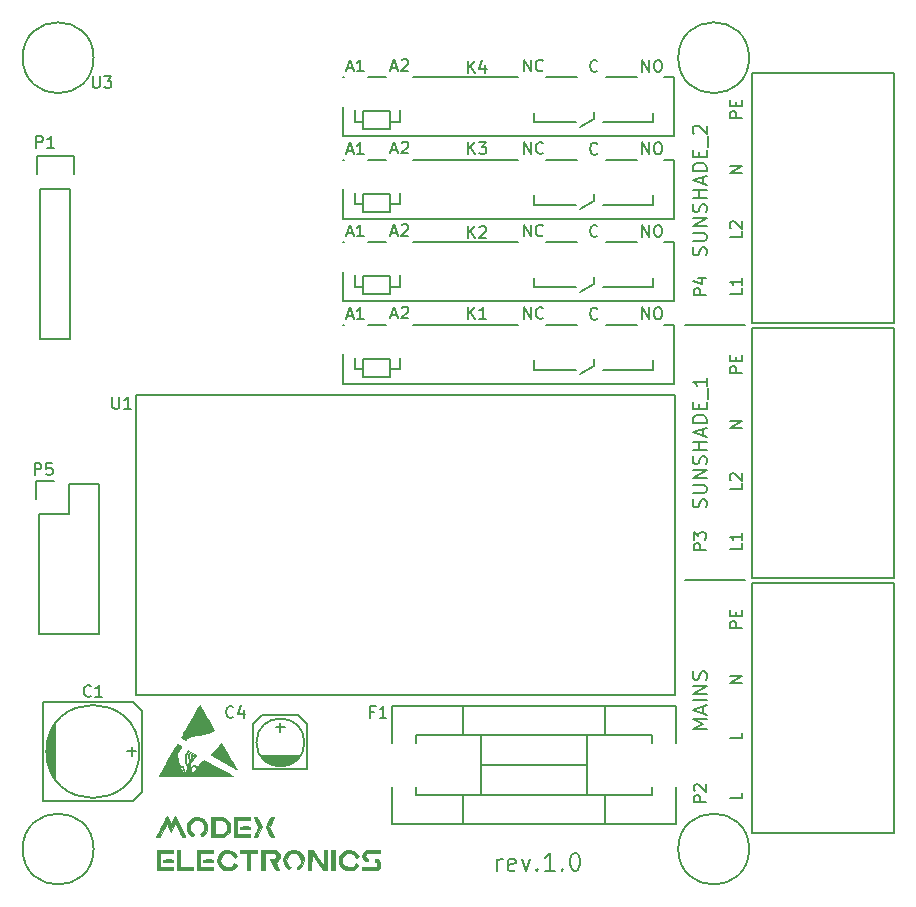
<source format=gto>
G04 #@! TF.FileFunction,Legend,Top*
%FSLAX46Y46*%
G04 Gerber Fmt 4.6, Leading zero omitted, Abs format (unit mm)*
G04 Created by KiCad (PCBNEW 4.0.2+e4-6225~38~ubuntu14.04.1-stable) date Sun 31 Jul 2016 09:36:03 AM CEST*
%MOMM*%
G01*
G04 APERTURE LIST*
%ADD10C,0.100000*%
%ADD11C,0.200000*%
%ADD12C,0.150000*%
%ADD13C,0.010000*%
%ADD14C,0.300000*%
G04 APERTURE END LIST*
D10*
D11*
X149697715Y-131742571D02*
X149697715Y-130742571D01*
X149697715Y-131028286D02*
X149769143Y-130885429D01*
X149840572Y-130814000D01*
X149983429Y-130742571D01*
X150126286Y-130742571D01*
X151197714Y-131671143D02*
X151054857Y-131742571D01*
X150769143Y-131742571D01*
X150626286Y-131671143D01*
X150554857Y-131528286D01*
X150554857Y-130956857D01*
X150626286Y-130814000D01*
X150769143Y-130742571D01*
X151054857Y-130742571D01*
X151197714Y-130814000D01*
X151269143Y-130956857D01*
X151269143Y-131099714D01*
X150554857Y-131242571D01*
X151769143Y-130742571D02*
X152126286Y-131742571D01*
X152483428Y-130742571D01*
X153054857Y-131599714D02*
X153126285Y-131671143D01*
X153054857Y-131742571D01*
X152983428Y-131671143D01*
X153054857Y-131599714D01*
X153054857Y-131742571D01*
X154554857Y-131742571D02*
X153697714Y-131742571D01*
X154126286Y-131742571D02*
X154126286Y-130242571D01*
X153983429Y-130456857D01*
X153840571Y-130599714D01*
X153697714Y-130671143D01*
X155197714Y-131599714D02*
X155269142Y-131671143D01*
X155197714Y-131742571D01*
X155126285Y-131671143D01*
X155197714Y-131599714D01*
X155197714Y-131742571D01*
X156197714Y-130242571D02*
X156340571Y-130242571D01*
X156483428Y-130314000D01*
X156554857Y-130385429D01*
X156626286Y-130528286D01*
X156697714Y-130814000D01*
X156697714Y-131171143D01*
X156626286Y-131456857D01*
X156554857Y-131599714D01*
X156483428Y-131671143D01*
X156340571Y-131742571D01*
X156197714Y-131742571D01*
X156054857Y-131671143D01*
X155983428Y-131599714D01*
X155912000Y-131456857D01*
X155840571Y-131171143D01*
X155840571Y-130814000D01*
X155912000Y-130528286D01*
X155983428Y-130385429D01*
X156054857Y-130314000D01*
X156197714Y-130242571D01*
X170688000Y-85598000D02*
X165608000Y-85598000D01*
X170688000Y-107188000D02*
X165608000Y-107188000D01*
D12*
X170378381Y-68024286D02*
X169378381Y-68024286D01*
X169378381Y-67643333D01*
X169426000Y-67548095D01*
X169473619Y-67500476D01*
X169568857Y-67452857D01*
X169711714Y-67452857D01*
X169806952Y-67500476D01*
X169854571Y-67548095D01*
X169902190Y-67643333D01*
X169902190Y-68024286D01*
X169854571Y-67024286D02*
X169854571Y-66690952D01*
X170378381Y-66548095D02*
X170378381Y-67024286D01*
X169378381Y-67024286D01*
X169378381Y-66548095D01*
X170378381Y-72675714D02*
X169378381Y-72675714D01*
X170378381Y-72104285D01*
X169378381Y-72104285D01*
X170378381Y-77636666D02*
X170378381Y-78112857D01*
X169378381Y-78112857D01*
X169473619Y-77350952D02*
X169426000Y-77303333D01*
X169378381Y-77208095D01*
X169378381Y-76969999D01*
X169426000Y-76874761D01*
X169473619Y-76827142D01*
X169568857Y-76779523D01*
X169664095Y-76779523D01*
X169806952Y-76827142D01*
X170378381Y-77398571D01*
X170378381Y-76779523D01*
X170378381Y-82462666D02*
X170378381Y-82938857D01*
X169378381Y-82938857D01*
X170378381Y-81605523D02*
X170378381Y-82176952D01*
X170378381Y-81891238D02*
X169378381Y-81891238D01*
X169521238Y-81986476D01*
X169616476Y-82081714D01*
X169664095Y-82176952D01*
X170378381Y-89614286D02*
X169378381Y-89614286D01*
X169378381Y-89233333D01*
X169426000Y-89138095D01*
X169473619Y-89090476D01*
X169568857Y-89042857D01*
X169711714Y-89042857D01*
X169806952Y-89090476D01*
X169854571Y-89138095D01*
X169902190Y-89233333D01*
X169902190Y-89614286D01*
X169854571Y-88614286D02*
X169854571Y-88280952D01*
X170378381Y-88138095D02*
X170378381Y-88614286D01*
X169378381Y-88614286D01*
X169378381Y-88138095D01*
X170378381Y-94265714D02*
X169378381Y-94265714D01*
X170378381Y-93694285D01*
X169378381Y-93694285D01*
X170378381Y-98972666D02*
X170378381Y-99448857D01*
X169378381Y-99448857D01*
X169473619Y-98686952D02*
X169426000Y-98639333D01*
X169378381Y-98544095D01*
X169378381Y-98305999D01*
X169426000Y-98210761D01*
X169473619Y-98163142D01*
X169568857Y-98115523D01*
X169664095Y-98115523D01*
X169806952Y-98163142D01*
X170378381Y-98734571D01*
X170378381Y-98115523D01*
X170378381Y-104052666D02*
X170378381Y-104528857D01*
X169378381Y-104528857D01*
X170378381Y-103195523D02*
X170378381Y-103766952D01*
X170378381Y-103481238D02*
X169378381Y-103481238D01*
X169521238Y-103576476D01*
X169616476Y-103671714D01*
X169664095Y-103766952D01*
X170378381Y-111204286D02*
X169378381Y-111204286D01*
X169378381Y-110823333D01*
X169426000Y-110728095D01*
X169473619Y-110680476D01*
X169568857Y-110632857D01*
X169711714Y-110632857D01*
X169806952Y-110680476D01*
X169854571Y-110728095D01*
X169902190Y-110823333D01*
X169902190Y-111204286D01*
X169854571Y-110204286D02*
X169854571Y-109870952D01*
X170378381Y-109728095D02*
X170378381Y-110204286D01*
X169378381Y-110204286D01*
X169378381Y-109728095D01*
X170378381Y-115855714D02*
X169378381Y-115855714D01*
X170378381Y-115284285D01*
X169378381Y-115284285D01*
X170378381Y-120086476D02*
X170378381Y-120562667D01*
X169378381Y-120562667D01*
X170378381Y-125166476D02*
X170378381Y-125642667D01*
X169378381Y-125642667D01*
D11*
X167420857Y-119748000D02*
X166220857Y-119748000D01*
X167078000Y-119348000D01*
X166220857Y-118948000D01*
X167420857Y-118948000D01*
X167078000Y-118433714D02*
X167078000Y-117862285D01*
X167420857Y-118547999D02*
X166220857Y-118147999D01*
X167420857Y-117747999D01*
X167420857Y-117348000D02*
X166220857Y-117348000D01*
X167420857Y-116776571D02*
X166220857Y-116776571D01*
X167420857Y-116090856D01*
X166220857Y-116090856D01*
X167363714Y-115576571D02*
X167420857Y-115405142D01*
X167420857Y-115119428D01*
X167363714Y-115005142D01*
X167306571Y-114947999D01*
X167192286Y-114890856D01*
X167078000Y-114890856D01*
X166963714Y-114947999D01*
X166906571Y-115005142D01*
X166849429Y-115119428D01*
X166792286Y-115347999D01*
X166735143Y-115462285D01*
X166678000Y-115519428D01*
X166563714Y-115576571D01*
X166449429Y-115576571D01*
X166335143Y-115519428D01*
X166278000Y-115462285D01*
X166220857Y-115347999D01*
X166220857Y-115062285D01*
X166278000Y-114890856D01*
X167363714Y-79653714D02*
X167420857Y-79482285D01*
X167420857Y-79196571D01*
X167363714Y-79082285D01*
X167306571Y-79025142D01*
X167192286Y-78967999D01*
X167078000Y-78967999D01*
X166963714Y-79025142D01*
X166906571Y-79082285D01*
X166849429Y-79196571D01*
X166792286Y-79425142D01*
X166735143Y-79539428D01*
X166678000Y-79596571D01*
X166563714Y-79653714D01*
X166449429Y-79653714D01*
X166335143Y-79596571D01*
X166278000Y-79539428D01*
X166220857Y-79425142D01*
X166220857Y-79139428D01*
X166278000Y-78967999D01*
X166220857Y-78453714D02*
X167192286Y-78453714D01*
X167306571Y-78396571D01*
X167363714Y-78339428D01*
X167420857Y-78225142D01*
X167420857Y-77996571D01*
X167363714Y-77882285D01*
X167306571Y-77825142D01*
X167192286Y-77767999D01*
X166220857Y-77767999D01*
X167420857Y-77196571D02*
X166220857Y-77196571D01*
X167420857Y-76510856D01*
X166220857Y-76510856D01*
X167363714Y-75996571D02*
X167420857Y-75825142D01*
X167420857Y-75539428D01*
X167363714Y-75425142D01*
X167306571Y-75367999D01*
X167192286Y-75310856D01*
X167078000Y-75310856D01*
X166963714Y-75367999D01*
X166906571Y-75425142D01*
X166849429Y-75539428D01*
X166792286Y-75767999D01*
X166735143Y-75882285D01*
X166678000Y-75939428D01*
X166563714Y-75996571D01*
X166449429Y-75996571D01*
X166335143Y-75939428D01*
X166278000Y-75882285D01*
X166220857Y-75767999D01*
X166220857Y-75482285D01*
X166278000Y-75310856D01*
X167420857Y-74796571D02*
X166220857Y-74796571D01*
X166792286Y-74796571D02*
X166792286Y-74110856D01*
X167420857Y-74110856D02*
X166220857Y-74110856D01*
X167078000Y-73596571D02*
X167078000Y-73025142D01*
X167420857Y-73710856D02*
X166220857Y-73310856D01*
X167420857Y-72910856D01*
X167420857Y-72510857D02*
X166220857Y-72510857D01*
X166220857Y-72225142D01*
X166278000Y-72053714D01*
X166392286Y-71939428D01*
X166506571Y-71882285D01*
X166735143Y-71825142D01*
X166906571Y-71825142D01*
X167135143Y-71882285D01*
X167249429Y-71939428D01*
X167363714Y-72053714D01*
X167420857Y-72225142D01*
X167420857Y-72510857D01*
X166792286Y-71310857D02*
X166792286Y-70910857D01*
X167420857Y-70739428D02*
X167420857Y-71310857D01*
X166220857Y-71310857D01*
X166220857Y-70739428D01*
X167535143Y-70510857D02*
X167535143Y-69596571D01*
X166335143Y-69368000D02*
X166278000Y-69310857D01*
X166220857Y-69196571D01*
X166220857Y-68910857D01*
X166278000Y-68796571D01*
X166335143Y-68739428D01*
X166449429Y-68682285D01*
X166563714Y-68682285D01*
X166735143Y-68739428D01*
X167420857Y-69425142D01*
X167420857Y-68682285D01*
X167363714Y-100989714D02*
X167420857Y-100818285D01*
X167420857Y-100532571D01*
X167363714Y-100418285D01*
X167306571Y-100361142D01*
X167192286Y-100303999D01*
X167078000Y-100303999D01*
X166963714Y-100361142D01*
X166906571Y-100418285D01*
X166849429Y-100532571D01*
X166792286Y-100761142D01*
X166735143Y-100875428D01*
X166678000Y-100932571D01*
X166563714Y-100989714D01*
X166449429Y-100989714D01*
X166335143Y-100932571D01*
X166278000Y-100875428D01*
X166220857Y-100761142D01*
X166220857Y-100475428D01*
X166278000Y-100303999D01*
X166220857Y-99789714D02*
X167192286Y-99789714D01*
X167306571Y-99732571D01*
X167363714Y-99675428D01*
X167420857Y-99561142D01*
X167420857Y-99332571D01*
X167363714Y-99218285D01*
X167306571Y-99161142D01*
X167192286Y-99103999D01*
X166220857Y-99103999D01*
X167420857Y-98532571D02*
X166220857Y-98532571D01*
X167420857Y-97846856D01*
X166220857Y-97846856D01*
X167363714Y-97332571D02*
X167420857Y-97161142D01*
X167420857Y-96875428D01*
X167363714Y-96761142D01*
X167306571Y-96703999D01*
X167192286Y-96646856D01*
X167078000Y-96646856D01*
X166963714Y-96703999D01*
X166906571Y-96761142D01*
X166849429Y-96875428D01*
X166792286Y-97103999D01*
X166735143Y-97218285D01*
X166678000Y-97275428D01*
X166563714Y-97332571D01*
X166449429Y-97332571D01*
X166335143Y-97275428D01*
X166278000Y-97218285D01*
X166220857Y-97103999D01*
X166220857Y-96818285D01*
X166278000Y-96646856D01*
X167420857Y-96132571D02*
X166220857Y-96132571D01*
X166792286Y-96132571D02*
X166792286Y-95446856D01*
X167420857Y-95446856D02*
X166220857Y-95446856D01*
X167078000Y-94932571D02*
X167078000Y-94361142D01*
X167420857Y-95046856D02*
X166220857Y-94646856D01*
X167420857Y-94246856D01*
X167420857Y-93846857D02*
X166220857Y-93846857D01*
X166220857Y-93561142D01*
X166278000Y-93389714D01*
X166392286Y-93275428D01*
X166506571Y-93218285D01*
X166735143Y-93161142D01*
X166906571Y-93161142D01*
X167135143Y-93218285D01*
X167249429Y-93275428D01*
X167363714Y-93389714D01*
X167420857Y-93561142D01*
X167420857Y-93846857D01*
X166792286Y-92646857D02*
X166792286Y-92246857D01*
X167420857Y-92075428D02*
X167420857Y-92646857D01*
X166220857Y-92646857D01*
X166220857Y-92075428D01*
X167535143Y-91846857D02*
X167535143Y-90932571D01*
X167420857Y-90018285D02*
X167420857Y-90704000D01*
X167420857Y-90361142D02*
X166220857Y-90361142D01*
X166392286Y-90475428D01*
X166506571Y-90589714D01*
X166563714Y-90704000D01*
D13*
G36*
X122258667Y-130259667D02*
X121158000Y-130259667D01*
X121158000Y-131487333D01*
X122258667Y-131487333D01*
X122258667Y-131741333D01*
X120904000Y-131741333D01*
X120904000Y-130005667D01*
X122258667Y-130005667D01*
X122258667Y-130259667D01*
X122258667Y-130259667D01*
G37*
X122258667Y-130259667D02*
X121158000Y-130259667D01*
X121158000Y-131487333D01*
X122258667Y-131487333D01*
X122258667Y-131741333D01*
X120904000Y-131741333D01*
X120904000Y-130005667D01*
X122258667Y-130005667D01*
X122258667Y-130259667D01*
G36*
X122851334Y-131487333D02*
X123952000Y-131487333D01*
X123952000Y-131741333D01*
X122597334Y-131741333D01*
X122597334Y-130005667D01*
X122851334Y-130005667D01*
X122851334Y-131487333D01*
X122851334Y-131487333D01*
G37*
X122851334Y-131487333D02*
X123952000Y-131487333D01*
X123952000Y-131741333D01*
X122597334Y-131741333D01*
X122597334Y-130005667D01*
X122851334Y-130005667D01*
X122851334Y-131487333D01*
G36*
X125645334Y-130259667D02*
X124544667Y-130259667D01*
X124544667Y-131487333D01*
X125645334Y-131487333D01*
X125645334Y-131741333D01*
X124290667Y-131741333D01*
X124290667Y-130005667D01*
X125645334Y-130005667D01*
X125645334Y-130259667D01*
X125645334Y-130259667D01*
G37*
X125645334Y-130259667D02*
X124544667Y-130259667D01*
X124544667Y-131487333D01*
X125645334Y-131487333D01*
X125645334Y-131741333D01*
X124290667Y-131741333D01*
X124290667Y-130005667D01*
X125645334Y-130005667D01*
X125645334Y-130259667D01*
G36*
X126898459Y-130013598D02*
X127154061Y-130060730D01*
X127365434Y-130172249D01*
X127549306Y-130357455D01*
X127572834Y-130388474D01*
X127676733Y-130529301D01*
X127563018Y-130603897D01*
X127484158Y-130650015D01*
X127436642Y-130643410D01*
X127386427Y-130575018D01*
X127373206Y-130553359D01*
X127232337Y-130395942D01*
X127049045Y-130297186D01*
X126844911Y-130262540D01*
X126641519Y-130297455D01*
X126544530Y-130344104D01*
X126377254Y-130489720D01*
X126276315Y-130670535D01*
X126241713Y-130869138D01*
X126273446Y-131068118D01*
X126371517Y-131250063D01*
X126535923Y-131397561D01*
X126544530Y-131402895D01*
X126734883Y-131472625D01*
X126941274Y-131472063D01*
X127140463Y-131405919D01*
X127309207Y-131278905D01*
X127341447Y-131241351D01*
X127426590Y-131133108D01*
X127610174Y-131316692D01*
X127523999Y-131432115D01*
X127362412Y-131582575D01*
X127150742Y-131685340D01*
X126912290Y-131734951D01*
X126670352Y-131725946D01*
X126492302Y-131673897D01*
X126271645Y-131537654D01*
X126111192Y-131355797D01*
X126011224Y-131142525D01*
X125972023Y-130912037D01*
X125993869Y-130678532D01*
X126077043Y-130456210D01*
X126221827Y-130259269D01*
X126428500Y-130101908D01*
X126460856Y-130084625D01*
X126592633Y-130031280D01*
X126733169Y-130010207D01*
X126898459Y-130013598D01*
X126898459Y-130013598D01*
G37*
X126898459Y-130013598D02*
X127154061Y-130060730D01*
X127365434Y-130172249D01*
X127549306Y-130357455D01*
X127572834Y-130388474D01*
X127676733Y-130529301D01*
X127563018Y-130603897D01*
X127484158Y-130650015D01*
X127436642Y-130643410D01*
X127386427Y-130575018D01*
X127373206Y-130553359D01*
X127232337Y-130395942D01*
X127049045Y-130297186D01*
X126844911Y-130262540D01*
X126641519Y-130297455D01*
X126544530Y-130344104D01*
X126377254Y-130489720D01*
X126276315Y-130670535D01*
X126241713Y-130869138D01*
X126273446Y-131068118D01*
X126371517Y-131250063D01*
X126535923Y-131397561D01*
X126544530Y-131402895D01*
X126734883Y-131472625D01*
X126941274Y-131472063D01*
X127140463Y-131405919D01*
X127309207Y-131278905D01*
X127341447Y-131241351D01*
X127426590Y-131133108D01*
X127610174Y-131316692D01*
X127523999Y-131432115D01*
X127362412Y-131582575D01*
X127150742Y-131685340D01*
X126912290Y-131734951D01*
X126670352Y-131725946D01*
X126492302Y-131673897D01*
X126271645Y-131537654D01*
X126111192Y-131355797D01*
X126011224Y-131142525D01*
X125972023Y-130912037D01*
X125993869Y-130678532D01*
X126077043Y-130456210D01*
X126221827Y-130259269D01*
X126428500Y-130101908D01*
X126460856Y-130084625D01*
X126592633Y-130031280D01*
X126733169Y-130010207D01*
X126898459Y-130013598D01*
G36*
X129370667Y-130259667D02*
X128778000Y-130259667D01*
X128778000Y-131741333D01*
X128524000Y-131741333D01*
X128524000Y-130259667D01*
X127889000Y-130259667D01*
X127889000Y-130005667D01*
X129370667Y-130005667D01*
X129370667Y-130259667D01*
X129370667Y-130259667D01*
G37*
X129370667Y-130259667D02*
X128778000Y-130259667D01*
X128778000Y-131741333D01*
X128524000Y-131741333D01*
X128524000Y-130259667D01*
X127889000Y-130259667D01*
X127889000Y-130005667D01*
X129370667Y-130005667D01*
X129370667Y-130259667D01*
G36*
X130559656Y-130006274D02*
X130730444Y-130009634D01*
X130848001Y-130018054D01*
X130928044Y-130033840D01*
X130986288Y-130059300D01*
X131038453Y-130096740D01*
X131059514Y-130114221D01*
X131182157Y-130268066D01*
X131247965Y-130459622D01*
X131246859Y-130647122D01*
X131198713Y-130762978D01*
X131111714Y-130886708D01*
X131011193Y-130986689D01*
X130942621Y-131026918D01*
X130923846Y-131056553D01*
X130939357Y-131129448D01*
X130992545Y-131256246D01*
X131059511Y-131393737D01*
X131234278Y-131741333D01*
X131085993Y-131741333D01*
X131022818Y-131738745D01*
X130973039Y-131722656D01*
X130926417Y-131680583D01*
X130872717Y-131600040D01*
X130801702Y-131468544D01*
X130704167Y-131275667D01*
X130470626Y-130810000D01*
X130640313Y-130810000D01*
X130808225Y-130778577D01*
X130924385Y-130690850D01*
X130977312Y-130556632D01*
X130979334Y-130520228D01*
X130964924Y-130412293D01*
X130913882Y-130337681D01*
X130814489Y-130290982D01*
X130655026Y-130266783D01*
X130423774Y-130259672D01*
X130415083Y-130259667D01*
X130005667Y-130259667D01*
X130005667Y-131741333D01*
X129709334Y-131741333D01*
X129709334Y-130005667D01*
X130319919Y-130005667D01*
X130559656Y-130006274D01*
X130559656Y-130006274D01*
G37*
X130559656Y-130006274D02*
X130730444Y-130009634D01*
X130848001Y-130018054D01*
X130928044Y-130033840D01*
X130986288Y-130059300D01*
X131038453Y-130096740D01*
X131059514Y-130114221D01*
X131182157Y-130268066D01*
X131247965Y-130459622D01*
X131246859Y-130647122D01*
X131198713Y-130762978D01*
X131111714Y-130886708D01*
X131011193Y-130986689D01*
X130942621Y-131026918D01*
X130923846Y-131056553D01*
X130939357Y-131129448D01*
X130992545Y-131256246D01*
X131059511Y-131393737D01*
X131234278Y-131741333D01*
X131085993Y-131741333D01*
X131022818Y-131738745D01*
X130973039Y-131722656D01*
X130926417Y-131680583D01*
X130872717Y-131600040D01*
X130801702Y-131468544D01*
X130704167Y-131275667D01*
X130470626Y-130810000D01*
X130640313Y-130810000D01*
X130808225Y-130778577D01*
X130924385Y-130690850D01*
X130977312Y-130556632D01*
X130979334Y-130520228D01*
X130964924Y-130412293D01*
X130913882Y-130337681D01*
X130814489Y-130290982D01*
X130655026Y-130266783D01*
X130423774Y-130259672D01*
X130415083Y-130259667D01*
X130005667Y-130259667D01*
X130005667Y-131741333D01*
X129709334Y-131741333D01*
X129709334Y-130005667D01*
X130319919Y-130005667D01*
X130559656Y-130006274D01*
G36*
X135297334Y-131741333D02*
X134931142Y-131741333D01*
X133963834Y-130373723D01*
X133940570Y-131741333D01*
X133646334Y-131741333D01*
X133646334Y-130005667D01*
X133847417Y-130007118D01*
X134048500Y-130008570D01*
X134514167Y-130686307D01*
X134979834Y-131364045D01*
X134991465Y-130684856D01*
X135003097Y-130005667D01*
X135297334Y-130005667D01*
X135297334Y-131741333D01*
X135297334Y-131741333D01*
G37*
X135297334Y-131741333D02*
X134931142Y-131741333D01*
X133963834Y-130373723D01*
X133940570Y-131741333D01*
X133646334Y-131741333D01*
X133646334Y-130005667D01*
X133847417Y-130007118D01*
X134048500Y-130008570D01*
X134514167Y-130686307D01*
X134979834Y-131364045D01*
X134991465Y-130684856D01*
X135003097Y-130005667D01*
X135297334Y-130005667D01*
X135297334Y-131741333D01*
G36*
X135932334Y-131741333D02*
X135636000Y-131741333D01*
X135636000Y-130005667D01*
X135932334Y-130005667D01*
X135932334Y-131741333D01*
X135932334Y-131741333D01*
G37*
X135932334Y-131741333D02*
X135636000Y-131741333D01*
X135636000Y-130005667D01*
X135932334Y-130005667D01*
X135932334Y-131741333D01*
G36*
X137185459Y-130013598D02*
X137441061Y-130060730D01*
X137652434Y-130172249D01*
X137836306Y-130357455D01*
X137859834Y-130388474D01*
X137963733Y-130529301D01*
X137850018Y-130603897D01*
X137771158Y-130650015D01*
X137723642Y-130643410D01*
X137673427Y-130575018D01*
X137660206Y-130553359D01*
X137519337Y-130395942D01*
X137336045Y-130297186D01*
X137131911Y-130262540D01*
X136928519Y-130297455D01*
X136831530Y-130344104D01*
X136664254Y-130489720D01*
X136563315Y-130670535D01*
X136528713Y-130869138D01*
X136560446Y-131068118D01*
X136658517Y-131250063D01*
X136822923Y-131397561D01*
X136831530Y-131402895D01*
X137021883Y-131472625D01*
X137228274Y-131472063D01*
X137427463Y-131405919D01*
X137596207Y-131278905D01*
X137628447Y-131241351D01*
X137713590Y-131133108D01*
X137897174Y-131316692D01*
X137810999Y-131432115D01*
X137649412Y-131582575D01*
X137437742Y-131685340D01*
X137199290Y-131734951D01*
X136957352Y-131725946D01*
X136779302Y-131673897D01*
X136558645Y-131537654D01*
X136398192Y-131355797D01*
X136298224Y-131142525D01*
X136259023Y-130912037D01*
X136280869Y-130678532D01*
X136364043Y-130456210D01*
X136508827Y-130259269D01*
X136715500Y-130101908D01*
X136747856Y-130084625D01*
X136879633Y-130031280D01*
X137020169Y-130010207D01*
X137185459Y-130013598D01*
X137185459Y-130013598D01*
G37*
X137185459Y-130013598D02*
X137441061Y-130060730D01*
X137652434Y-130172249D01*
X137836306Y-130357455D01*
X137859834Y-130388474D01*
X137963733Y-130529301D01*
X137850018Y-130603897D01*
X137771158Y-130650015D01*
X137723642Y-130643410D01*
X137673427Y-130575018D01*
X137660206Y-130553359D01*
X137519337Y-130395942D01*
X137336045Y-130297186D01*
X137131911Y-130262540D01*
X136928519Y-130297455D01*
X136831530Y-130344104D01*
X136664254Y-130489720D01*
X136563315Y-130670535D01*
X136528713Y-130869138D01*
X136560446Y-131068118D01*
X136658517Y-131250063D01*
X136822923Y-131397561D01*
X136831530Y-131402895D01*
X137021883Y-131472625D01*
X137228274Y-131472063D01*
X137427463Y-131405919D01*
X137596207Y-131278905D01*
X137628447Y-131241351D01*
X137713590Y-131133108D01*
X137897174Y-131316692D01*
X137810999Y-131432115D01*
X137649412Y-131582575D01*
X137437742Y-131685340D01*
X137199290Y-131734951D01*
X136957352Y-131725946D01*
X136779302Y-131673897D01*
X136558645Y-131537654D01*
X136398192Y-131355797D01*
X136298224Y-131142525D01*
X136259023Y-130912037D01*
X136280869Y-130678532D01*
X136364043Y-130456210D01*
X136508827Y-130259269D01*
X136715500Y-130101908D01*
X136747856Y-130084625D01*
X136879633Y-130031280D01*
X137020169Y-130010207D01*
X137185459Y-130013598D01*
G36*
X139516293Y-130808146D02*
X139625249Y-130891194D01*
X139705651Y-130971877D01*
X139746977Y-131050009D01*
X139761919Y-131158945D01*
X139763500Y-131254500D01*
X139758401Y-131398503D01*
X139734642Y-131491406D01*
X139679529Y-131566564D01*
X139625249Y-131617806D01*
X139486998Y-131741333D01*
X138260667Y-131741333D01*
X138260667Y-131487333D01*
X138831191Y-131487333D01*
X139061073Y-131486722D01*
X139221211Y-131483306D01*
X139326527Y-131474710D01*
X139391942Y-131458560D01*
X139432377Y-131432482D01*
X139462754Y-131394101D01*
X139468123Y-131385982D01*
X139510296Y-131267353D01*
X139498545Y-131149145D01*
X139438979Y-131062011D01*
X139399458Y-131041497D01*
X139334251Y-130982917D01*
X139319000Y-130891814D01*
X139343013Y-130795668D01*
X139410869Y-130767774D01*
X139516293Y-130808146D01*
X139516293Y-130808146D01*
G37*
X139516293Y-130808146D02*
X139625249Y-130891194D01*
X139705651Y-130971877D01*
X139746977Y-131050009D01*
X139761919Y-131158945D01*
X139763500Y-131254500D01*
X139758401Y-131398503D01*
X139734642Y-131491406D01*
X139679529Y-131566564D01*
X139625249Y-131617806D01*
X139486998Y-131741333D01*
X138260667Y-131741333D01*
X138260667Y-131487333D01*
X138831191Y-131487333D01*
X139061073Y-131486722D01*
X139221211Y-131483306D01*
X139326527Y-131474710D01*
X139391942Y-131458560D01*
X139432377Y-131432482D01*
X139462754Y-131394101D01*
X139468123Y-131385982D01*
X139510296Y-131267353D01*
X139498545Y-131149145D01*
X139438979Y-131062011D01*
X139399458Y-131041497D01*
X139334251Y-130982917D01*
X139319000Y-130891814D01*
X139343013Y-130795668D01*
X139410869Y-130767774D01*
X139516293Y-130808146D01*
G36*
X132775315Y-130066986D02*
X132993358Y-130184299D01*
X133048090Y-130229937D01*
X133194171Y-130417890D01*
X133278531Y-130642995D01*
X133302012Y-130885889D01*
X133265456Y-131127205D01*
X133169703Y-131347580D01*
X133015594Y-131527647D01*
X132990861Y-131547434D01*
X132877136Y-131626878D01*
X132805953Y-131649539D01*
X132757503Y-131615913D01*
X132724203Y-131554125D01*
X132700794Y-131473890D01*
X132734549Y-131417493D01*
X132782928Y-131382491D01*
X132936024Y-131239059D01*
X133022688Y-131065380D01*
X133047680Y-130877031D01*
X133015763Y-130689592D01*
X132931697Y-130518639D01*
X132800245Y-130379750D01*
X132626166Y-130288503D01*
X132439834Y-130259983D01*
X132226924Y-130295801D01*
X132054828Y-130393151D01*
X131928477Y-130536877D01*
X131852801Y-130711826D01*
X131832733Y-130902842D01*
X131873203Y-131094769D01*
X131979143Y-131272453D01*
X132079202Y-131368298D01*
X132159703Y-131437350D01*
X132180818Y-131486910D01*
X132152035Y-131546730D01*
X132141140Y-131562522D01*
X132081271Y-131633320D01*
X132023682Y-131648273D01*
X131944991Y-131605917D01*
X131869725Y-131545508D01*
X131706450Y-131356572D01*
X131606417Y-131129819D01*
X131570142Y-130883790D01*
X131598143Y-130637023D01*
X131690937Y-130408057D01*
X131833041Y-130229937D01*
X132036907Y-130094369D01*
X132275980Y-130022021D01*
X132529153Y-130012893D01*
X132775315Y-130066986D01*
X132775315Y-130066986D01*
G37*
X132775315Y-130066986D02*
X132993358Y-130184299D01*
X133048090Y-130229937D01*
X133194171Y-130417890D01*
X133278531Y-130642995D01*
X133302012Y-130885889D01*
X133265456Y-131127205D01*
X133169703Y-131347580D01*
X133015594Y-131527647D01*
X132990861Y-131547434D01*
X132877136Y-131626878D01*
X132805953Y-131649539D01*
X132757503Y-131615913D01*
X132724203Y-131554125D01*
X132700794Y-131473890D01*
X132734549Y-131417493D01*
X132782928Y-131382491D01*
X132936024Y-131239059D01*
X133022688Y-131065380D01*
X133047680Y-130877031D01*
X133015763Y-130689592D01*
X132931697Y-130518639D01*
X132800245Y-130379750D01*
X132626166Y-130288503D01*
X132439834Y-130259983D01*
X132226924Y-130295801D01*
X132054828Y-130393151D01*
X131928477Y-130536877D01*
X131852801Y-130711826D01*
X131832733Y-130902842D01*
X131873203Y-131094769D01*
X131979143Y-131272453D01*
X132079202Y-131368298D01*
X132159703Y-131437350D01*
X132180818Y-131486910D01*
X132152035Y-131546730D01*
X132141140Y-131562522D01*
X132081271Y-131633320D01*
X132023682Y-131648273D01*
X131944991Y-131605917D01*
X131869725Y-131545508D01*
X131706450Y-131356572D01*
X131606417Y-131129819D01*
X131570142Y-130883790D01*
X131598143Y-130637023D01*
X131690937Y-130408057D01*
X131833041Y-130229937D01*
X132036907Y-130094369D01*
X132275980Y-130022021D01*
X132529153Y-130012893D01*
X132775315Y-130066986D01*
G36*
X121985112Y-130810644D02*
X122108016Y-130815152D01*
X122177169Y-130827390D01*
X122208028Y-130851221D01*
X122216053Y-130890510D01*
X122216334Y-130915833D01*
X122213757Y-130963861D01*
X122195723Y-130994587D01*
X122146773Y-131011875D01*
X122051449Y-131019590D01*
X121894293Y-131021596D01*
X121793000Y-131021667D01*
X121600888Y-131021022D01*
X121477984Y-131016514D01*
X121408832Y-131004276D01*
X121377972Y-130980445D01*
X121369947Y-130941156D01*
X121369667Y-130915833D01*
X121372243Y-130867805D01*
X121390277Y-130837079D01*
X121439228Y-130819791D01*
X121534552Y-130812076D01*
X121691707Y-130810070D01*
X121793000Y-130810000D01*
X121985112Y-130810644D01*
X121985112Y-130810644D01*
G37*
X121985112Y-130810644D02*
X122108016Y-130815152D01*
X122177169Y-130827390D01*
X122208028Y-130851221D01*
X122216053Y-130890510D01*
X122216334Y-130915833D01*
X122213757Y-130963861D01*
X122195723Y-130994587D01*
X122146773Y-131011875D01*
X122051449Y-131019590D01*
X121894293Y-131021596D01*
X121793000Y-131021667D01*
X121600888Y-131021022D01*
X121477984Y-131016514D01*
X121408832Y-131004276D01*
X121377972Y-130980445D01*
X121369947Y-130941156D01*
X121369667Y-130915833D01*
X121372243Y-130867805D01*
X121390277Y-130837079D01*
X121439228Y-130819791D01*
X121534552Y-130812076D01*
X121691707Y-130810070D01*
X121793000Y-130810000D01*
X121985112Y-130810644D01*
G36*
X125371779Y-130810644D02*
X125494683Y-130815152D01*
X125563835Y-130827390D01*
X125594695Y-130851221D01*
X125602720Y-130890510D01*
X125603000Y-130915833D01*
X125600424Y-130963861D01*
X125582390Y-130994587D01*
X125533439Y-131011875D01*
X125438115Y-131019590D01*
X125280960Y-131021596D01*
X125179667Y-131021667D01*
X124987555Y-131021022D01*
X124864651Y-131016514D01*
X124795498Y-131004276D01*
X124764639Y-130980445D01*
X124756614Y-130941156D01*
X124756334Y-130915833D01*
X124758910Y-130867805D01*
X124776944Y-130837079D01*
X124825894Y-130819791D01*
X124921218Y-130812076D01*
X125078374Y-130810070D01*
X125179667Y-130810000D01*
X125371779Y-130810644D01*
X125371779Y-130810644D01*
G37*
X125371779Y-130810644D02*
X125494683Y-130815152D01*
X125563835Y-130827390D01*
X125594695Y-130851221D01*
X125602720Y-130890510D01*
X125603000Y-130915833D01*
X125600424Y-130963861D01*
X125582390Y-130994587D01*
X125533439Y-131011875D01*
X125438115Y-131019590D01*
X125280960Y-131021596D01*
X125179667Y-131021667D01*
X124987555Y-131021022D01*
X124864651Y-131016514D01*
X124795498Y-131004276D01*
X124764639Y-130980445D01*
X124756614Y-130941156D01*
X124756334Y-130915833D01*
X124758910Y-130867805D01*
X124776944Y-130837079D01*
X124825894Y-130819791D01*
X124921218Y-130812076D01*
X125078374Y-130810070D01*
X125179667Y-130810000D01*
X125371779Y-130810644D01*
G36*
X139742334Y-130259667D02*
X139198561Y-130259667D01*
X138969539Y-130261071D01*
X138809895Y-130266569D01*
X138704368Y-130278083D01*
X138637696Y-130297540D01*
X138594620Y-130326864D01*
X138584728Y-130337083D01*
X138529478Y-130426582D01*
X138514667Y-130488033D01*
X138537961Y-130598906D01*
X138594545Y-130688548D01*
X138664323Y-130725333D01*
X138713183Y-130763388D01*
X138726334Y-130852333D01*
X138702501Y-130949993D01*
X138636214Y-130979935D01*
X138535283Y-130942571D01*
X138407523Y-130838312D01*
X138404600Y-130835400D01*
X138310152Y-130724829D01*
X138268397Y-130619693D01*
X138260667Y-130513848D01*
X138290530Y-130319734D01*
X138372310Y-130159487D01*
X138494292Y-130055502D01*
X138502489Y-130051607D01*
X138583030Y-130033994D01*
X138729758Y-130019630D01*
X138924211Y-130009779D01*
X139147934Y-130005707D01*
X139172825Y-130005667D01*
X139742334Y-130005667D01*
X139742334Y-130259667D01*
X139742334Y-130259667D01*
G37*
X139742334Y-130259667D02*
X139198561Y-130259667D01*
X138969539Y-130261071D01*
X138809895Y-130266569D01*
X138704368Y-130278083D01*
X138637696Y-130297540D01*
X138594620Y-130326864D01*
X138584728Y-130337083D01*
X138529478Y-130426582D01*
X138514667Y-130488033D01*
X138537961Y-130598906D01*
X138594545Y-130688548D01*
X138664323Y-130725333D01*
X138713183Y-130763388D01*
X138726334Y-130852333D01*
X138702501Y-130949993D01*
X138636214Y-130979935D01*
X138535283Y-130942571D01*
X138407523Y-130838312D01*
X138404600Y-130835400D01*
X138310152Y-130724829D01*
X138268397Y-130619693D01*
X138260667Y-130513848D01*
X138290530Y-130319734D01*
X138372310Y-130159487D01*
X138494292Y-130055502D01*
X138502489Y-130051607D01*
X138583030Y-130033994D01*
X138729758Y-130019630D01*
X138924211Y-130009779D01*
X139147934Y-130005707D01*
X139172825Y-130005667D01*
X139742334Y-130005667D01*
X139742334Y-130259667D01*
G36*
X122836018Y-127994686D02*
X122960105Y-128247436D01*
X123070578Y-128474961D01*
X123162203Y-128666276D01*
X123229748Y-128810395D01*
X123267977Y-128896332D01*
X123274667Y-128915436D01*
X123237573Y-128937009D01*
X123147032Y-128947210D01*
X123134713Y-128947333D01*
X123081692Y-128945156D01*
X123037958Y-128931299D01*
X122995853Y-128894769D01*
X122947719Y-128824578D01*
X122885896Y-128709735D01*
X122802726Y-128539249D01*
X122701962Y-128326336D01*
X122409164Y-127705339D01*
X122232275Y-128082920D01*
X122055386Y-128460500D01*
X121895841Y-128111250D01*
X121822887Y-127957537D01*
X121761101Y-127838326D01*
X121719696Y-127770900D01*
X121709662Y-127762000D01*
X121683376Y-127798233D01*
X121628300Y-127898204D01*
X121551215Y-128048818D01*
X121458904Y-128236981D01*
X121402711Y-128354667D01*
X121122395Y-128947333D01*
X120823729Y-128947333D01*
X121122339Y-128322917D01*
X121236268Y-128084041D01*
X121349428Y-127845648D01*
X121451405Y-127629752D01*
X121531786Y-127458367D01*
X121557890Y-127402167D01*
X121694830Y-127105833D01*
X121877863Y-127465667D01*
X122060897Y-127825500D01*
X122229134Y-127465667D01*
X122397370Y-127105833D01*
X122836018Y-127994686D01*
X122836018Y-127994686D01*
G37*
X122836018Y-127994686D02*
X122960105Y-128247436D01*
X123070578Y-128474961D01*
X123162203Y-128666276D01*
X123229748Y-128810395D01*
X123267977Y-128896332D01*
X123274667Y-128915436D01*
X123237573Y-128937009D01*
X123147032Y-128947210D01*
X123134713Y-128947333D01*
X123081692Y-128945156D01*
X123037958Y-128931299D01*
X122995853Y-128894769D01*
X122947719Y-128824578D01*
X122885896Y-128709735D01*
X122802726Y-128539249D01*
X122701962Y-128326336D01*
X122409164Y-127705339D01*
X122232275Y-128082920D01*
X122055386Y-128460500D01*
X121895841Y-128111250D01*
X121822887Y-127957537D01*
X121761101Y-127838326D01*
X121719696Y-127770900D01*
X121709662Y-127762000D01*
X121683376Y-127798233D01*
X121628300Y-127898204D01*
X121551215Y-128048818D01*
X121458904Y-128236981D01*
X121402711Y-128354667D01*
X121122395Y-128947333D01*
X120823729Y-128947333D01*
X121122339Y-128322917D01*
X121236268Y-128084041D01*
X121349428Y-127845648D01*
X121451405Y-127629752D01*
X121531786Y-127458367D01*
X121557890Y-127402167D01*
X121694830Y-127105833D01*
X121877863Y-127465667D01*
X122060897Y-127825500D01*
X122229134Y-127465667D01*
X122397370Y-127105833D01*
X122836018Y-127994686D01*
G36*
X126001704Y-127218797D02*
X126222843Y-127225645D01*
X126378365Y-127234845D01*
X126487308Y-127250233D01*
X126568707Y-127275646D01*
X126641601Y-127314918D01*
X126710428Y-127361594D01*
X126905012Y-127532217D01*
X127023252Y-127723920D01*
X127073362Y-127953486D01*
X127074678Y-128105842D01*
X127031508Y-128372493D01*
X126926256Y-128585088D01*
X126752960Y-128752963D01*
X126605902Y-128840098D01*
X126497957Y-128889153D01*
X126395560Y-128920631D01*
X126275082Y-128938300D01*
X126112894Y-128945928D01*
X125933355Y-128947333D01*
X125476000Y-128947333D01*
X125476000Y-128693333D01*
X125772334Y-128693333D01*
X126058084Y-128693267D01*
X126307522Y-128674625D01*
X126489602Y-128619961D01*
X126491156Y-128619184D01*
X126665557Y-128490111D01*
X126776996Y-128321078D01*
X126824942Y-128129317D01*
X126808863Y-127932061D01*
X126728228Y-127746543D01*
X126582506Y-127589994D01*
X126524137Y-127550104D01*
X126412537Y-127499627D01*
X126270428Y-127473239D01*
X126079250Y-127465825D01*
X125772334Y-127465667D01*
X125772334Y-128693333D01*
X125476000Y-128693333D01*
X125476000Y-127204761D01*
X126001704Y-127218797D01*
X126001704Y-127218797D01*
G37*
X126001704Y-127218797D02*
X126222843Y-127225645D01*
X126378365Y-127234845D01*
X126487308Y-127250233D01*
X126568707Y-127275646D01*
X126641601Y-127314918D01*
X126710428Y-127361594D01*
X126905012Y-127532217D01*
X127023252Y-127723920D01*
X127073362Y-127953486D01*
X127074678Y-128105842D01*
X127031508Y-128372493D01*
X126926256Y-128585088D01*
X126752960Y-128752963D01*
X126605902Y-128840098D01*
X126497957Y-128889153D01*
X126395560Y-128920631D01*
X126275082Y-128938300D01*
X126112894Y-128945928D01*
X125933355Y-128947333D01*
X125476000Y-128947333D01*
X125476000Y-128693333D01*
X125772334Y-128693333D01*
X126058084Y-128693267D01*
X126307522Y-128674625D01*
X126489602Y-128619961D01*
X126491156Y-128619184D01*
X126665557Y-128490111D01*
X126776996Y-128321078D01*
X126824942Y-128129317D01*
X126808863Y-127932061D01*
X126728228Y-127746543D01*
X126582506Y-127589994D01*
X126524137Y-127550104D01*
X126412537Y-127499627D01*
X126270428Y-127473239D01*
X126079250Y-127465825D01*
X125772334Y-127465667D01*
X125772334Y-128693333D01*
X125476000Y-128693333D01*
X125476000Y-127204761D01*
X126001704Y-127218797D01*
G36*
X128778000Y-127465667D02*
X127677334Y-127465667D01*
X127677334Y-128693333D01*
X128778000Y-128693333D01*
X128778000Y-128947333D01*
X127423334Y-128947333D01*
X127423334Y-127211667D01*
X128778000Y-127211667D01*
X128778000Y-127465667D01*
X128778000Y-127465667D01*
G37*
X128778000Y-127465667D02*
X127677334Y-127465667D01*
X127677334Y-128693333D01*
X128778000Y-128693333D01*
X128778000Y-128947333D01*
X127423334Y-128947333D01*
X127423334Y-127211667D01*
X128778000Y-127211667D01*
X128778000Y-127465667D01*
G36*
X129279325Y-127214786D02*
X129328332Y-127232974D01*
X129373916Y-127279475D01*
X129426566Y-127367532D01*
X129496769Y-127510389D01*
X129559679Y-127645148D01*
X129760875Y-128078630D01*
X129544857Y-128512982D01*
X129450253Y-128700436D01*
X129381820Y-128824511D01*
X129329200Y-128898204D01*
X129282034Y-128934517D01*
X129229961Y-128946448D01*
X129198734Y-128947333D01*
X129110385Y-128939880D01*
X129086492Y-128905032D01*
X129098222Y-128852083D01*
X129130308Y-128771487D01*
X129190060Y-128639582D01*
X129266471Y-128480376D01*
X129294969Y-128422938D01*
X129462122Y-128089043D01*
X129268228Y-127671292D01*
X129189583Y-127500039D01*
X129126266Y-127358719D01*
X129085613Y-127263927D01*
X129074334Y-127232604D01*
X129111492Y-127218523D01*
X129202359Y-127211769D01*
X129216408Y-127211667D01*
X129279325Y-127214786D01*
X129279325Y-127214786D01*
G37*
X129279325Y-127214786D02*
X129328332Y-127232974D01*
X129373916Y-127279475D01*
X129426566Y-127367532D01*
X129496769Y-127510389D01*
X129559679Y-127645148D01*
X129760875Y-128078630D01*
X129544857Y-128512982D01*
X129450253Y-128700436D01*
X129381820Y-128824511D01*
X129329200Y-128898204D01*
X129282034Y-128934517D01*
X129229961Y-128946448D01*
X129198734Y-128947333D01*
X129110385Y-128939880D01*
X129086492Y-128905032D01*
X129098222Y-128852083D01*
X129130308Y-128771487D01*
X129190060Y-128639582D01*
X129266471Y-128480376D01*
X129294969Y-128422938D01*
X129462122Y-128089043D01*
X129268228Y-127671292D01*
X129189583Y-127500039D01*
X129126266Y-127358719D01*
X129085613Y-127263927D01*
X129074334Y-127232604D01*
X129111492Y-127218523D01*
X129202359Y-127211769D01*
X129216408Y-127211667D01*
X129279325Y-127214786D01*
G36*
X130722497Y-127222749D02*
X130767136Y-127249796D01*
X130767667Y-127253440D01*
X130749813Y-127306771D01*
X130701621Y-127417633D01*
X130631144Y-127568092D01*
X130572174Y-127688759D01*
X130376680Y-128082304D01*
X130593726Y-128514819D01*
X130810772Y-128947333D01*
X130662605Y-128947333D01*
X130597151Y-128944431D01*
X130546150Y-128927040D01*
X130498565Y-128882136D01*
X130443357Y-128796693D01*
X130369488Y-128657687D01*
X130299335Y-128518689D01*
X130084231Y-128090044D01*
X130286268Y-127650855D01*
X130374324Y-127461687D01*
X130437815Y-127336499D01*
X130487004Y-127262098D01*
X130532156Y-127225292D01*
X130583535Y-127212891D01*
X130627985Y-127211667D01*
X130722497Y-127222749D01*
X130722497Y-127222749D01*
G37*
X130722497Y-127222749D02*
X130767136Y-127249796D01*
X130767667Y-127253440D01*
X130749813Y-127306771D01*
X130701621Y-127417633D01*
X130631144Y-127568092D01*
X130572174Y-127688759D01*
X130376680Y-128082304D01*
X130593726Y-128514819D01*
X130810772Y-128947333D01*
X130662605Y-128947333D01*
X130597151Y-128944431D01*
X130546150Y-128927040D01*
X130498565Y-128882136D01*
X130443357Y-128796693D01*
X130369488Y-128657687D01*
X130299335Y-128518689D01*
X130084231Y-128090044D01*
X130286268Y-127650855D01*
X130374324Y-127461687D01*
X130437815Y-127336499D01*
X130487004Y-127262098D01*
X130532156Y-127225292D01*
X130583535Y-127212891D01*
X130627985Y-127211667D01*
X130722497Y-127222749D01*
G36*
X124604982Y-127272986D02*
X124823024Y-127390299D01*
X124877757Y-127435937D01*
X125023837Y-127623890D01*
X125108198Y-127848995D01*
X125131679Y-128091889D01*
X125095123Y-128333205D01*
X124999369Y-128553580D01*
X124845261Y-128733647D01*
X124820527Y-128753434D01*
X124706803Y-128832878D01*
X124635619Y-128855539D01*
X124587170Y-128821913D01*
X124553869Y-128760125D01*
X124530460Y-128679890D01*
X124564216Y-128623493D01*
X124612595Y-128588491D01*
X124765691Y-128445059D01*
X124852355Y-128271380D01*
X124877347Y-128083031D01*
X124845430Y-127895592D01*
X124761364Y-127724639D01*
X124629911Y-127585750D01*
X124455833Y-127494503D01*
X124269500Y-127465983D01*
X124056591Y-127501801D01*
X123884495Y-127599151D01*
X123758143Y-127742877D01*
X123682468Y-127917826D01*
X123662399Y-128108842D01*
X123702869Y-128300769D01*
X123808809Y-128478453D01*
X123908868Y-128574298D01*
X123989370Y-128643350D01*
X124010485Y-128692910D01*
X123981702Y-128752730D01*
X123970807Y-128768522D01*
X123910938Y-128839320D01*
X123853348Y-128854273D01*
X123774657Y-128811917D01*
X123699392Y-128751508D01*
X123536117Y-128562572D01*
X123436084Y-128335819D01*
X123399809Y-128089790D01*
X123427810Y-127843023D01*
X123520604Y-127614057D01*
X123662708Y-127435937D01*
X123866573Y-127300369D01*
X124105647Y-127228021D01*
X124358819Y-127218893D01*
X124604982Y-127272986D01*
X124604982Y-127272986D01*
G37*
X124604982Y-127272986D02*
X124823024Y-127390299D01*
X124877757Y-127435937D01*
X125023837Y-127623890D01*
X125108198Y-127848995D01*
X125131679Y-128091889D01*
X125095123Y-128333205D01*
X124999369Y-128553580D01*
X124845261Y-128733647D01*
X124820527Y-128753434D01*
X124706803Y-128832878D01*
X124635619Y-128855539D01*
X124587170Y-128821913D01*
X124553869Y-128760125D01*
X124530460Y-128679890D01*
X124564216Y-128623493D01*
X124612595Y-128588491D01*
X124765691Y-128445059D01*
X124852355Y-128271380D01*
X124877347Y-128083031D01*
X124845430Y-127895592D01*
X124761364Y-127724639D01*
X124629911Y-127585750D01*
X124455833Y-127494503D01*
X124269500Y-127465983D01*
X124056591Y-127501801D01*
X123884495Y-127599151D01*
X123758143Y-127742877D01*
X123682468Y-127917826D01*
X123662399Y-128108842D01*
X123702869Y-128300769D01*
X123808809Y-128478453D01*
X123908868Y-128574298D01*
X123989370Y-128643350D01*
X124010485Y-128692910D01*
X123981702Y-128752730D01*
X123970807Y-128768522D01*
X123910938Y-128839320D01*
X123853348Y-128854273D01*
X123774657Y-128811917D01*
X123699392Y-128751508D01*
X123536117Y-128562572D01*
X123436084Y-128335819D01*
X123399809Y-128089790D01*
X123427810Y-127843023D01*
X123520604Y-127614057D01*
X123662708Y-127435937D01*
X123866573Y-127300369D01*
X124105647Y-127228021D01*
X124358819Y-127218893D01*
X124604982Y-127272986D01*
G36*
X128504446Y-128016644D02*
X128627349Y-128021152D01*
X128696502Y-128033390D01*
X128727362Y-128057221D01*
X128735387Y-128096510D01*
X128735667Y-128121833D01*
X128733091Y-128169861D01*
X128715056Y-128200587D01*
X128666106Y-128217875D01*
X128570782Y-128225590D01*
X128413626Y-128227596D01*
X128312334Y-128227667D01*
X128120221Y-128227022D01*
X127997318Y-128222514D01*
X127928165Y-128210276D01*
X127897305Y-128186445D01*
X127889280Y-128147156D01*
X127889000Y-128121833D01*
X127891576Y-128073805D01*
X127909611Y-128043079D01*
X127958561Y-128025791D01*
X128053885Y-128018076D01*
X128211041Y-128016070D01*
X128312334Y-128016000D01*
X128504446Y-128016644D01*
X128504446Y-128016644D01*
G37*
X128504446Y-128016644D02*
X128627349Y-128021152D01*
X128696502Y-128033390D01*
X128727362Y-128057221D01*
X128735387Y-128096510D01*
X128735667Y-128121833D01*
X128733091Y-128169861D01*
X128715056Y-128200587D01*
X128666106Y-128217875D01*
X128570782Y-128225590D01*
X128413626Y-128227596D01*
X128312334Y-128227667D01*
X128120221Y-128227022D01*
X127997318Y-128222514D01*
X127928165Y-128210276D01*
X127897305Y-128186445D01*
X127889280Y-128147156D01*
X127889000Y-128121833D01*
X127891576Y-128073805D01*
X127909611Y-128043079D01*
X127958561Y-128025791D01*
X128053885Y-128018076D01*
X128211041Y-128016070D01*
X128312334Y-128016000D01*
X128504446Y-128016644D01*
D12*
X146781520Y-120309640D02*
X146781520Y-117807740D01*
X146781520Y-127810260D02*
X146781520Y-125308360D01*
X158780480Y-127810260D02*
X158780480Y-125308360D01*
X158780480Y-117807740D02*
X158780480Y-120309640D01*
X148280120Y-122809000D02*
X157281880Y-122809000D01*
X148280120Y-120309640D02*
X148280120Y-125308360D01*
X157281880Y-120309640D02*
X157281880Y-125308360D01*
X162780980Y-120909080D02*
X162780980Y-120309640D01*
X142781020Y-124708920D02*
X142781020Y-125308360D01*
X142781020Y-125308360D02*
X162780980Y-125308360D01*
X162780980Y-125308360D02*
X162780980Y-124708920D01*
X162780980Y-120309640D02*
X142781020Y-120309640D01*
X142781020Y-120309640D02*
X142781020Y-120909080D01*
X164779960Y-120909080D02*
X164779960Y-117807740D01*
X140782040Y-124708920D02*
X140782040Y-127810260D01*
X140782040Y-127810260D02*
X164779960Y-127810260D01*
X164779960Y-127810260D02*
X164779960Y-124708920D01*
X164779960Y-117807740D02*
X140782040Y-117807740D01*
X140782040Y-117807740D02*
X140782040Y-120909080D01*
X113538000Y-74041000D02*
X113538000Y-86741000D01*
X113538000Y-86741000D02*
X110998000Y-86741000D01*
X110998000Y-86741000D02*
X110998000Y-74041000D01*
X113818000Y-71221000D02*
X113818000Y-72771000D01*
X113538000Y-74041000D02*
X110998000Y-74041000D01*
X110718000Y-72771000D02*
X110718000Y-71221000D01*
X110718000Y-71221000D02*
X113818000Y-71221000D01*
X171230000Y-107376000D02*
X183230000Y-107376000D01*
X183230000Y-107376000D02*
X183230000Y-128576000D01*
X183230000Y-128576000D02*
X171230000Y-128576000D01*
X171230000Y-128576000D02*
X171230000Y-107376000D01*
X171230000Y-85786000D02*
X183230000Y-85786000D01*
X183230000Y-85786000D02*
X183230000Y-106986000D01*
X183230000Y-106986000D02*
X171230000Y-106986000D01*
X171230000Y-106986000D02*
X171230000Y-85786000D01*
X171230000Y-64196000D02*
X183230000Y-64196000D01*
X183230000Y-64196000D02*
X183230000Y-85396000D01*
X183230000Y-85396000D02*
X171230000Y-85396000D01*
X171230000Y-85396000D02*
X171230000Y-64196000D01*
X119063000Y-91461000D02*
X119063000Y-116861000D01*
X164763000Y-91461000D02*
X119063000Y-91461000D01*
X164763000Y-116861000D02*
X164763000Y-91461000D01*
X164763000Y-116861000D02*
X119063000Y-116861000D01*
X138320780Y-89291160D02*
X137673080Y-89291160D01*
X137673080Y-89291160D02*
X137673080Y-88341200D01*
X141472920Y-88341200D02*
X141472920Y-89291160D01*
X141472920Y-89291160D02*
X140571220Y-89291160D01*
X140571220Y-89291160D02*
X140571220Y-89941400D01*
X140571220Y-89941400D02*
X138346180Y-89941400D01*
X138346180Y-89941400D02*
X138346180Y-88414860D01*
X138346180Y-88414860D02*
X140571220Y-88414860D01*
X140571220Y-88414860D02*
X140571220Y-89341960D01*
X158668000Y-89341000D02*
X162868000Y-89341000D01*
X162868000Y-89341000D02*
X162868000Y-88541000D01*
X156321760Y-89364820D02*
X152788000Y-89364820D01*
X152788000Y-89341000D02*
X152788000Y-88541000D01*
X157828000Y-88441000D02*
X157828000Y-89041000D01*
X157828000Y-89041000D02*
X156668000Y-89741000D01*
X136621520Y-85541000D02*
X136672320Y-85541000D01*
X163822380Y-85541000D02*
X164622480Y-85541000D01*
X158871920Y-85541000D02*
X161472880Y-85541000D01*
X153771600Y-85541000D02*
X156471620Y-85541000D01*
X150622000Y-85541000D02*
X151422100Y-85541000D01*
X142521940Y-85541000D02*
X150622000Y-85541000D01*
X138772900Y-85541000D02*
X140223240Y-85541000D01*
X164622480Y-85541000D02*
X164622480Y-90541000D01*
X164622480Y-90541000D02*
X136621520Y-90541000D01*
X136621520Y-90541000D02*
X136621520Y-88041480D01*
X138320780Y-82306160D02*
X137673080Y-82306160D01*
X137673080Y-82306160D02*
X137673080Y-81356200D01*
X141472920Y-81356200D02*
X141472920Y-82306160D01*
X141472920Y-82306160D02*
X140571220Y-82306160D01*
X140571220Y-82306160D02*
X140571220Y-82956400D01*
X140571220Y-82956400D02*
X138346180Y-82956400D01*
X138346180Y-82956400D02*
X138346180Y-81429860D01*
X138346180Y-81429860D02*
X140571220Y-81429860D01*
X140571220Y-81429860D02*
X140571220Y-82356960D01*
X158668000Y-82356000D02*
X162868000Y-82356000D01*
X162868000Y-82356000D02*
X162868000Y-81556000D01*
X156321760Y-82379820D02*
X152788000Y-82379820D01*
X152788000Y-82356000D02*
X152788000Y-81556000D01*
X157828000Y-81456000D02*
X157828000Y-82056000D01*
X157828000Y-82056000D02*
X156668000Y-82756000D01*
X136621520Y-78556000D02*
X136672320Y-78556000D01*
X163822380Y-78556000D02*
X164622480Y-78556000D01*
X158871920Y-78556000D02*
X161472880Y-78556000D01*
X153771600Y-78556000D02*
X156471620Y-78556000D01*
X150622000Y-78556000D02*
X151422100Y-78556000D01*
X142521940Y-78556000D02*
X150622000Y-78556000D01*
X138772900Y-78556000D02*
X140223240Y-78556000D01*
X164622480Y-78556000D02*
X164622480Y-83556000D01*
X164622480Y-83556000D02*
X136621520Y-83556000D01*
X136621520Y-83556000D02*
X136621520Y-81056480D01*
X138320780Y-75321160D02*
X137673080Y-75321160D01*
X137673080Y-75321160D02*
X137673080Y-74371200D01*
X141472920Y-74371200D02*
X141472920Y-75321160D01*
X141472920Y-75321160D02*
X140571220Y-75321160D01*
X140571220Y-75321160D02*
X140571220Y-75971400D01*
X140571220Y-75971400D02*
X138346180Y-75971400D01*
X138346180Y-75971400D02*
X138346180Y-74444860D01*
X138346180Y-74444860D02*
X140571220Y-74444860D01*
X140571220Y-74444860D02*
X140571220Y-75371960D01*
X158668000Y-75371000D02*
X162868000Y-75371000D01*
X162868000Y-75371000D02*
X162868000Y-74571000D01*
X156321760Y-75394820D02*
X152788000Y-75394820D01*
X152788000Y-75371000D02*
X152788000Y-74571000D01*
X157828000Y-74471000D02*
X157828000Y-75071000D01*
X157828000Y-75071000D02*
X156668000Y-75771000D01*
X136621520Y-71571000D02*
X136672320Y-71571000D01*
X163822380Y-71571000D02*
X164622480Y-71571000D01*
X158871920Y-71571000D02*
X161472880Y-71571000D01*
X153771600Y-71571000D02*
X156471620Y-71571000D01*
X150622000Y-71571000D02*
X151422100Y-71571000D01*
X142521940Y-71571000D02*
X150622000Y-71571000D01*
X138772900Y-71571000D02*
X140223240Y-71571000D01*
X164622480Y-71571000D02*
X164622480Y-76571000D01*
X164622480Y-76571000D02*
X136621520Y-76571000D01*
X136621520Y-76571000D02*
X136621520Y-74071480D01*
X138320780Y-68336160D02*
X137673080Y-68336160D01*
X137673080Y-68336160D02*
X137673080Y-67386200D01*
X141472920Y-67386200D02*
X141472920Y-68336160D01*
X141472920Y-68336160D02*
X140571220Y-68336160D01*
X140571220Y-68336160D02*
X140571220Y-68986400D01*
X140571220Y-68986400D02*
X138346180Y-68986400D01*
X138346180Y-68986400D02*
X138346180Y-67459860D01*
X138346180Y-67459860D02*
X140571220Y-67459860D01*
X140571220Y-67459860D02*
X140571220Y-68386960D01*
X158668000Y-68386000D02*
X162868000Y-68386000D01*
X162868000Y-68386000D02*
X162868000Y-67586000D01*
X156321760Y-68409820D02*
X152788000Y-68409820D01*
X152788000Y-68386000D02*
X152788000Y-67586000D01*
X157828000Y-67486000D02*
X157828000Y-68086000D01*
X157828000Y-68086000D02*
X156668000Y-68786000D01*
X136621520Y-64586000D02*
X136672320Y-64586000D01*
X163822380Y-64586000D02*
X164622480Y-64586000D01*
X158871920Y-64586000D02*
X161472880Y-64586000D01*
X153771600Y-64586000D02*
X156471620Y-64586000D01*
X150622000Y-64586000D02*
X151422100Y-64586000D01*
X142521940Y-64586000D02*
X150622000Y-64586000D01*
X138772900Y-64586000D02*
X140223240Y-64586000D01*
X164622480Y-64586000D02*
X164622480Y-69586000D01*
X164622480Y-69586000D02*
X136621520Y-69586000D01*
X136621520Y-69586000D02*
X136621520Y-67086480D01*
X111633000Y-120650000D02*
X111633000Y-122682000D01*
X111760000Y-123063000D02*
X111760000Y-120269000D01*
X111887000Y-120015000D02*
X111887000Y-123317000D01*
X112014000Y-123571000D02*
X112014000Y-119761000D01*
X112141000Y-123698000D02*
X112141000Y-119634000D01*
X112268000Y-119380000D02*
X112268000Y-123952000D01*
X111252000Y-117475000D02*
X111252000Y-125857000D01*
X111252000Y-125857000D02*
X118872000Y-125857000D01*
X118872000Y-125857000D02*
X119634000Y-125095000D01*
X119634000Y-125095000D02*
X119634000Y-118237000D01*
X119634000Y-118237000D02*
X118872000Y-117475000D01*
X118872000Y-117475000D02*
X111252000Y-117475000D01*
X119126000Y-121666000D02*
X118364000Y-121666000D01*
X118745000Y-121285000D02*
X118745000Y-122047000D01*
X119380000Y-121666000D02*
G75*
G03X119380000Y-121666000I-3937000J0D01*
G01*
X131318000Y-119253000D02*
X131318000Y-120015000D01*
X130937000Y-119634000D02*
X131699000Y-119634000D01*
X133604000Y-119380000D02*
X133604000Y-123190000D01*
X129794000Y-118618000D02*
X132842000Y-118618000D01*
X133604000Y-119380000D02*
X132842000Y-118618000D01*
X129032000Y-119380000D02*
X129032000Y-123190000D01*
X129032000Y-119380000D02*
X129794000Y-118618000D01*
X131445000Y-122936000D02*
X131191000Y-122936000D01*
X130683000Y-122809000D02*
X131953000Y-122809000D01*
X132207000Y-122682000D02*
X130429000Y-122682000D01*
X132461000Y-122555000D02*
X130175000Y-122555000D01*
X130048000Y-122428000D02*
X132588000Y-122428000D01*
X132715000Y-122301000D02*
X129921000Y-122301000D01*
X129794000Y-122174000D02*
X132842000Y-122174000D01*
X129667000Y-122047000D02*
X132969000Y-122047000D01*
X129032000Y-123190000D02*
X133604000Y-123190000D01*
X133350000Y-120904000D02*
G75*
G03X133350000Y-120904000I-2032000J0D01*
G01*
X171000000Y-62928000D02*
G75*
G03X171000000Y-62928000I-3000000J0D01*
G01*
X171000000Y-129928000D02*
G75*
G03X171000000Y-129928000I-3000000J0D01*
G01*
X115500000Y-129928000D02*
G75*
G03X115500000Y-129928000I-3000000J0D01*
G01*
X115500000Y-62928000D02*
G75*
G03X115500000Y-62928000I-3000000J0D01*
G01*
X115951000Y-99060000D02*
X115951000Y-111760000D01*
X115951000Y-111760000D02*
X110871000Y-111760000D01*
X110871000Y-111760000D02*
X110871000Y-101600000D01*
X115951000Y-99060000D02*
X113411000Y-99060000D01*
X112141000Y-98780000D02*
X110591000Y-98780000D01*
X113411000Y-99060000D02*
X113411000Y-101600000D01*
X113411000Y-101600000D02*
X110871000Y-101600000D01*
X110591000Y-98780000D02*
X110591000Y-100330000D01*
D13*
G36*
X122593052Y-121042333D02*
X122646911Y-121069692D01*
X122718662Y-121109826D01*
X122795875Y-121155402D01*
X122866120Y-121199087D01*
X122916967Y-121233549D01*
X122936000Y-121251280D01*
X122923244Y-121277284D01*
X122888459Y-121337375D01*
X122836866Y-121422767D01*
X122773688Y-121524676D01*
X122769727Y-121530990D01*
X122702933Y-121639389D01*
X122644667Y-121737638D01*
X122601275Y-121814794D01*
X122579304Y-121859380D01*
X122576127Y-121907535D01*
X122584467Y-121994252D01*
X122602136Y-122109172D01*
X122626944Y-122241942D01*
X122656704Y-122382205D01*
X122689227Y-122519606D01*
X122722322Y-122643789D01*
X122753803Y-122744398D01*
X122779786Y-122807877D01*
X122819744Y-122869396D01*
X122868728Y-122897566D01*
X122925291Y-122906142D01*
X122996502Y-122917184D01*
X123046739Y-122933999D01*
X123052551Y-122937868D01*
X123072931Y-122972955D01*
X123099306Y-123042520D01*
X123126010Y-123131596D01*
X123126337Y-123132825D01*
X123162978Y-123262171D01*
X123193772Y-123345028D01*
X123222376Y-123384813D01*
X123252448Y-123384941D01*
X123287642Y-123348827D01*
X123314407Y-123308494D01*
X123342651Y-123246097D01*
X123709247Y-123246097D01*
X123721461Y-123297241D01*
X123733571Y-123327565D01*
X123777721Y-123396419D01*
X123835711Y-123418313D01*
X123912012Y-123394257D01*
X123943918Y-123375138D01*
X123999861Y-123327387D01*
X124061732Y-123258966D01*
X124082724Y-123231627D01*
X124141309Y-123123535D01*
X124154253Y-123026777D01*
X124121481Y-122945595D01*
X124088274Y-122912443D01*
X124036700Y-122876401D01*
X124001747Y-122859907D01*
X124000258Y-122859800D01*
X123958380Y-122879071D01*
X123900261Y-122928798D01*
X123837357Y-122996854D01*
X123781126Y-123071110D01*
X123749292Y-123125481D01*
X123717927Y-123196524D01*
X123709247Y-123246097D01*
X123342651Y-123246097D01*
X123381561Y-123160138D01*
X123407081Y-123006877D01*
X123391160Y-122859086D01*
X123333993Y-122727136D01*
X123302716Y-122684749D01*
X123277136Y-122651635D01*
X123259287Y-122617039D01*
X123247574Y-122571217D01*
X123240406Y-122504419D01*
X123236188Y-122406899D01*
X123233329Y-122268910D01*
X123233167Y-122259176D01*
X123227365Y-121909362D01*
X123318600Y-121768631D01*
X123386780Y-121668248D01*
X123438196Y-121606949D01*
X123480090Y-121579050D01*
X123519705Y-121578864D01*
X123546073Y-121590053D01*
X123582264Y-121615777D01*
X123575277Y-121639359D01*
X123564589Y-121648966D01*
X123529803Y-121684278D01*
X123476995Y-121744927D01*
X123432093Y-121799763D01*
X123335603Y-121920826D01*
X123330572Y-122231563D01*
X123332376Y-122410760D01*
X123343846Y-122550471D01*
X123364456Y-122647693D01*
X123393680Y-122699421D01*
X123413878Y-122707400D01*
X123465340Y-122686478D01*
X123523019Y-122633584D01*
X123573327Y-122563530D01*
X123598955Y-122505687D01*
X123612911Y-122445606D01*
X123610887Y-122392611D01*
X123589940Y-122327637D01*
X123561466Y-122262680D01*
X123514206Y-122141463D01*
X123499208Y-122041425D01*
X123517112Y-121943985D01*
X123568556Y-121830564D01*
X123576862Y-121815272D01*
X123623164Y-121732638D01*
X123653750Y-121687177D01*
X123677176Y-121671433D01*
X123701999Y-121677955D01*
X123721220Y-121689515D01*
X123738620Y-121711328D01*
X123725957Y-121745515D01*
X123690138Y-121791881D01*
X123614036Y-121919494D01*
X123584058Y-122061620D01*
X123601053Y-122209731D01*
X123638779Y-122307350D01*
X123677336Y-122363988D01*
X123712560Y-122370314D01*
X123747237Y-122326442D01*
X123754113Y-122312182D01*
X123769313Y-122257674D01*
X123767856Y-122186350D01*
X123751954Y-122093287D01*
X123735676Y-122006837D01*
X123732713Y-121953720D01*
X123744647Y-121917843D01*
X123772585Y-121883618D01*
X123810271Y-121834266D01*
X123825000Y-121797712D01*
X123841580Y-121769595D01*
X123876465Y-121777547D01*
X123883057Y-121783323D01*
X123880622Y-121811094D01*
X123861890Y-121835938D01*
X123832031Y-121894896D01*
X123819659Y-121980438D01*
X123824650Y-122071499D01*
X123846877Y-122147014D01*
X123863887Y-122171818D01*
X123899840Y-122194531D01*
X123938025Y-122175057D01*
X123973493Y-122118403D01*
X123967373Y-122055288D01*
X123948333Y-122028093D01*
X123932552Y-121991874D01*
X123946566Y-121933458D01*
X123951053Y-121922284D01*
X123982840Y-121845543D01*
X124079997Y-121895108D01*
X124143743Y-121931340D01*
X124186139Y-121962257D01*
X124192508Y-121969519D01*
X124181857Y-121996236D01*
X124141874Y-122051870D01*
X124078554Y-122128832D01*
X123997888Y-122219530D01*
X123978942Y-122240001D01*
X123887630Y-122341890D01*
X123805199Y-122441003D01*
X123740340Y-122526417D01*
X123701748Y-122587208D01*
X123700297Y-122590169D01*
X123679238Y-122652166D01*
X123659795Y-122740175D01*
X123643242Y-122842457D01*
X123630850Y-122947271D01*
X123623896Y-123042878D01*
X123623650Y-123117535D01*
X123631388Y-123159504D01*
X123637989Y-123164600D01*
X123661789Y-123144423D01*
X123701502Y-123091758D01*
X123744362Y-123024778D01*
X123824917Y-122915725D01*
X123912229Y-122841882D01*
X123998109Y-122809825D01*
X124013043Y-122809000D01*
X124083362Y-122824246D01*
X124150331Y-122861458D01*
X124191939Y-122907845D01*
X124194523Y-122914454D01*
X124212490Y-122948544D01*
X124239971Y-122955357D01*
X124281796Y-122931780D01*
X124342794Y-122874703D01*
X124427793Y-122781012D01*
X124460796Y-122742854D01*
X124548969Y-122643566D01*
X124637967Y-122549130D01*
X124715531Y-122472281D01*
X124756437Y-122435786D01*
X124864467Y-122347263D01*
X126065583Y-123039389D01*
X126291901Y-123169934D01*
X126505176Y-123293213D01*
X126701311Y-123406839D01*
X126876205Y-123508424D01*
X127025759Y-123595582D01*
X127145873Y-123665925D01*
X127232448Y-123717067D01*
X127281385Y-123746620D01*
X127290829Y-123752857D01*
X127269005Y-123755533D01*
X127199401Y-123758112D01*
X127085038Y-123760573D01*
X126928935Y-123762897D01*
X126734114Y-123765061D01*
X126503594Y-123767047D01*
X126240396Y-123768833D01*
X125947541Y-123770398D01*
X125628048Y-123771723D01*
X125284937Y-123772786D01*
X124921230Y-123773566D01*
X124539945Y-123774045D01*
X124160279Y-123774200D01*
X123764448Y-123774049D01*
X123382958Y-123773611D01*
X123018861Y-123772902D01*
X122675208Y-123771942D01*
X122355050Y-123770749D01*
X122061439Y-123769341D01*
X121797425Y-123767737D01*
X121566060Y-123765955D01*
X121370396Y-123764014D01*
X121213482Y-123761932D01*
X121098371Y-123759728D01*
X121028114Y-123757419D01*
X121005694Y-123755150D01*
X121017862Y-123722508D01*
X121047508Y-123667775D01*
X121052251Y-123659900D01*
X121073266Y-123624246D01*
X121117207Y-123548766D01*
X121181647Y-123437655D01*
X121264159Y-123295110D01*
X121362317Y-123125327D01*
X121433462Y-123002156D01*
X122854401Y-123002156D01*
X122856104Y-123037600D01*
X122877443Y-123111398D01*
X122917510Y-123194113D01*
X122968228Y-123274135D01*
X123021519Y-123339857D01*
X123069308Y-123379667D01*
X123097904Y-123385147D01*
X123115139Y-123355730D01*
X123121304Y-123296036D01*
X123120757Y-123281168D01*
X123106400Y-123198958D01*
X123077219Y-123104526D01*
X123064300Y-123072724D01*
X123030809Y-123004139D01*
X123000833Y-122971727D01*
X122960058Y-122964096D01*
X122930343Y-122966088D01*
X122873731Y-122976777D01*
X122854401Y-123002156D01*
X121433462Y-123002156D01*
X121473696Y-122932501D01*
X121595868Y-122720828D01*
X121726409Y-122494505D01*
X121830637Y-122313700D01*
X121964494Y-122081494D01*
X122090685Y-121862701D01*
X122206947Y-121661235D01*
X122311018Y-121481011D01*
X122400635Y-121325942D01*
X122473538Y-121199943D01*
X122527463Y-121106929D01*
X122560149Y-121050814D01*
X122569515Y-121035081D01*
X122593052Y-121042333D01*
X122593052Y-121042333D01*
G37*
X122593052Y-121042333D02*
X122646911Y-121069692D01*
X122718662Y-121109826D01*
X122795875Y-121155402D01*
X122866120Y-121199087D01*
X122916967Y-121233549D01*
X122936000Y-121251280D01*
X122923244Y-121277284D01*
X122888459Y-121337375D01*
X122836866Y-121422767D01*
X122773688Y-121524676D01*
X122769727Y-121530990D01*
X122702933Y-121639389D01*
X122644667Y-121737638D01*
X122601275Y-121814794D01*
X122579304Y-121859380D01*
X122576127Y-121907535D01*
X122584467Y-121994252D01*
X122602136Y-122109172D01*
X122626944Y-122241942D01*
X122656704Y-122382205D01*
X122689227Y-122519606D01*
X122722322Y-122643789D01*
X122753803Y-122744398D01*
X122779786Y-122807877D01*
X122819744Y-122869396D01*
X122868728Y-122897566D01*
X122925291Y-122906142D01*
X122996502Y-122917184D01*
X123046739Y-122933999D01*
X123052551Y-122937868D01*
X123072931Y-122972955D01*
X123099306Y-123042520D01*
X123126010Y-123131596D01*
X123126337Y-123132825D01*
X123162978Y-123262171D01*
X123193772Y-123345028D01*
X123222376Y-123384813D01*
X123252448Y-123384941D01*
X123287642Y-123348827D01*
X123314407Y-123308494D01*
X123342651Y-123246097D01*
X123709247Y-123246097D01*
X123721461Y-123297241D01*
X123733571Y-123327565D01*
X123777721Y-123396419D01*
X123835711Y-123418313D01*
X123912012Y-123394257D01*
X123943918Y-123375138D01*
X123999861Y-123327387D01*
X124061732Y-123258966D01*
X124082724Y-123231627D01*
X124141309Y-123123535D01*
X124154253Y-123026777D01*
X124121481Y-122945595D01*
X124088274Y-122912443D01*
X124036700Y-122876401D01*
X124001747Y-122859907D01*
X124000258Y-122859800D01*
X123958380Y-122879071D01*
X123900261Y-122928798D01*
X123837357Y-122996854D01*
X123781126Y-123071110D01*
X123749292Y-123125481D01*
X123717927Y-123196524D01*
X123709247Y-123246097D01*
X123342651Y-123246097D01*
X123381561Y-123160138D01*
X123407081Y-123006877D01*
X123391160Y-122859086D01*
X123333993Y-122727136D01*
X123302716Y-122684749D01*
X123277136Y-122651635D01*
X123259287Y-122617039D01*
X123247574Y-122571217D01*
X123240406Y-122504419D01*
X123236188Y-122406899D01*
X123233329Y-122268910D01*
X123233167Y-122259176D01*
X123227365Y-121909362D01*
X123318600Y-121768631D01*
X123386780Y-121668248D01*
X123438196Y-121606949D01*
X123480090Y-121579050D01*
X123519705Y-121578864D01*
X123546073Y-121590053D01*
X123582264Y-121615777D01*
X123575277Y-121639359D01*
X123564589Y-121648966D01*
X123529803Y-121684278D01*
X123476995Y-121744927D01*
X123432093Y-121799763D01*
X123335603Y-121920826D01*
X123330572Y-122231563D01*
X123332376Y-122410760D01*
X123343846Y-122550471D01*
X123364456Y-122647693D01*
X123393680Y-122699421D01*
X123413878Y-122707400D01*
X123465340Y-122686478D01*
X123523019Y-122633584D01*
X123573327Y-122563530D01*
X123598955Y-122505687D01*
X123612911Y-122445606D01*
X123610887Y-122392611D01*
X123589940Y-122327637D01*
X123561466Y-122262680D01*
X123514206Y-122141463D01*
X123499208Y-122041425D01*
X123517112Y-121943985D01*
X123568556Y-121830564D01*
X123576862Y-121815272D01*
X123623164Y-121732638D01*
X123653750Y-121687177D01*
X123677176Y-121671433D01*
X123701999Y-121677955D01*
X123721220Y-121689515D01*
X123738620Y-121711328D01*
X123725957Y-121745515D01*
X123690138Y-121791881D01*
X123614036Y-121919494D01*
X123584058Y-122061620D01*
X123601053Y-122209731D01*
X123638779Y-122307350D01*
X123677336Y-122363988D01*
X123712560Y-122370314D01*
X123747237Y-122326442D01*
X123754113Y-122312182D01*
X123769313Y-122257674D01*
X123767856Y-122186350D01*
X123751954Y-122093287D01*
X123735676Y-122006837D01*
X123732713Y-121953720D01*
X123744647Y-121917843D01*
X123772585Y-121883618D01*
X123810271Y-121834266D01*
X123825000Y-121797712D01*
X123841580Y-121769595D01*
X123876465Y-121777547D01*
X123883057Y-121783323D01*
X123880622Y-121811094D01*
X123861890Y-121835938D01*
X123832031Y-121894896D01*
X123819659Y-121980438D01*
X123824650Y-122071499D01*
X123846877Y-122147014D01*
X123863887Y-122171818D01*
X123899840Y-122194531D01*
X123938025Y-122175057D01*
X123973493Y-122118403D01*
X123967373Y-122055288D01*
X123948333Y-122028093D01*
X123932552Y-121991874D01*
X123946566Y-121933458D01*
X123951053Y-121922284D01*
X123982840Y-121845543D01*
X124079997Y-121895108D01*
X124143743Y-121931340D01*
X124186139Y-121962257D01*
X124192508Y-121969519D01*
X124181857Y-121996236D01*
X124141874Y-122051870D01*
X124078554Y-122128832D01*
X123997888Y-122219530D01*
X123978942Y-122240001D01*
X123887630Y-122341890D01*
X123805199Y-122441003D01*
X123740340Y-122526417D01*
X123701748Y-122587208D01*
X123700297Y-122590169D01*
X123679238Y-122652166D01*
X123659795Y-122740175D01*
X123643242Y-122842457D01*
X123630850Y-122947271D01*
X123623896Y-123042878D01*
X123623650Y-123117535D01*
X123631388Y-123159504D01*
X123637989Y-123164600D01*
X123661789Y-123144423D01*
X123701502Y-123091758D01*
X123744362Y-123024778D01*
X123824917Y-122915725D01*
X123912229Y-122841882D01*
X123998109Y-122809825D01*
X124013043Y-122809000D01*
X124083362Y-122824246D01*
X124150331Y-122861458D01*
X124191939Y-122907845D01*
X124194523Y-122914454D01*
X124212490Y-122948544D01*
X124239971Y-122955357D01*
X124281796Y-122931780D01*
X124342794Y-122874703D01*
X124427793Y-122781012D01*
X124460796Y-122742854D01*
X124548969Y-122643566D01*
X124637967Y-122549130D01*
X124715531Y-122472281D01*
X124756437Y-122435786D01*
X124864467Y-122347263D01*
X126065583Y-123039389D01*
X126291901Y-123169934D01*
X126505176Y-123293213D01*
X126701311Y-123406839D01*
X126876205Y-123508424D01*
X127025759Y-123595582D01*
X127145873Y-123665925D01*
X127232448Y-123717067D01*
X127281385Y-123746620D01*
X127290829Y-123752857D01*
X127269005Y-123755533D01*
X127199401Y-123758112D01*
X127085038Y-123760573D01*
X126928935Y-123762897D01*
X126734114Y-123765061D01*
X126503594Y-123767047D01*
X126240396Y-123768833D01*
X125947541Y-123770398D01*
X125628048Y-123771723D01*
X125284937Y-123772786D01*
X124921230Y-123773566D01*
X124539945Y-123774045D01*
X124160279Y-123774200D01*
X123764448Y-123774049D01*
X123382958Y-123773611D01*
X123018861Y-123772902D01*
X122675208Y-123771942D01*
X122355050Y-123770749D01*
X122061439Y-123769341D01*
X121797425Y-123767737D01*
X121566060Y-123765955D01*
X121370396Y-123764014D01*
X121213482Y-123761932D01*
X121098371Y-123759728D01*
X121028114Y-123757419D01*
X121005694Y-123755150D01*
X121017862Y-123722508D01*
X121047508Y-123667775D01*
X121052251Y-123659900D01*
X121073266Y-123624246D01*
X121117207Y-123548766D01*
X121181647Y-123437655D01*
X121264159Y-123295110D01*
X121362317Y-123125327D01*
X121433462Y-123002156D01*
X122854401Y-123002156D01*
X122856104Y-123037600D01*
X122877443Y-123111398D01*
X122917510Y-123194113D01*
X122968228Y-123274135D01*
X123021519Y-123339857D01*
X123069308Y-123379667D01*
X123097904Y-123385147D01*
X123115139Y-123355730D01*
X123121304Y-123296036D01*
X123120757Y-123281168D01*
X123106400Y-123198958D01*
X123077219Y-123104526D01*
X123064300Y-123072724D01*
X123030809Y-123004139D01*
X123000833Y-122971727D01*
X122960058Y-122964096D01*
X122930343Y-122966088D01*
X122873731Y-122976777D01*
X122854401Y-123002156D01*
X121433462Y-123002156D01*
X121473696Y-122932501D01*
X121595868Y-122720828D01*
X121726409Y-122494505D01*
X121830637Y-122313700D01*
X121964494Y-122081494D01*
X122090685Y-121862701D01*
X122206947Y-121661235D01*
X122311018Y-121481011D01*
X122400635Y-121325942D01*
X122473538Y-121199943D01*
X122527463Y-121106929D01*
X122560149Y-121050814D01*
X122569515Y-121035081D01*
X122593052Y-121042333D01*
G36*
X126968173Y-122061893D02*
X127092972Y-122278465D01*
X127209511Y-122481277D01*
X127315421Y-122666167D01*
X127408336Y-122828973D01*
X127485885Y-122965531D01*
X127545701Y-123071682D01*
X127585415Y-123143262D01*
X127602659Y-123176109D01*
X127603173Y-123177789D01*
X127580638Y-123166368D01*
X127518429Y-123131863D01*
X127420796Y-123076705D01*
X127291993Y-123003322D01*
X127136272Y-122914145D01*
X126957886Y-122811604D01*
X126761086Y-122698131D01*
X126550126Y-122576153D01*
X126530100Y-122564557D01*
X126317225Y-122441385D01*
X126117471Y-122326010D01*
X125935194Y-122220934D01*
X125774749Y-122128658D01*
X125640492Y-122051684D01*
X125536780Y-121992512D01*
X125467968Y-121953645D01*
X125438412Y-121937583D01*
X125437900Y-121937368D01*
X125444423Y-121915771D01*
X125484467Y-121860938D01*
X125555647Y-121775570D01*
X125655579Y-121662369D01*
X125781880Y-121524037D01*
X125932166Y-121363276D01*
X126098300Y-121188783D01*
X126326900Y-120950566D01*
X126968173Y-122061893D01*
X126968173Y-122061893D01*
G37*
X126968173Y-122061893D02*
X127092972Y-122278465D01*
X127209511Y-122481277D01*
X127315421Y-122666167D01*
X127408336Y-122828973D01*
X127485885Y-122965531D01*
X127545701Y-123071682D01*
X127585415Y-123143262D01*
X127602659Y-123176109D01*
X127603173Y-123177789D01*
X127580638Y-123166368D01*
X127518429Y-123131863D01*
X127420796Y-123076705D01*
X127291993Y-123003322D01*
X127136272Y-122914145D01*
X126957886Y-122811604D01*
X126761086Y-122698131D01*
X126550126Y-122576153D01*
X126530100Y-122564557D01*
X126317225Y-122441385D01*
X126117471Y-122326010D01*
X125935194Y-122220934D01*
X125774749Y-122128658D01*
X125640492Y-122051684D01*
X125536780Y-121992512D01*
X125467968Y-121953645D01*
X125438412Y-121937583D01*
X125437900Y-121937368D01*
X125444423Y-121915771D01*
X125484467Y-121860938D01*
X125555647Y-121775570D01*
X125655579Y-121662369D01*
X125781880Y-121524037D01*
X125932166Y-121363276D01*
X126098300Y-121188783D01*
X126326900Y-120950566D01*
X126968173Y-122061893D01*
G36*
X124485240Y-117791585D02*
X124522673Y-117850879D01*
X124579311Y-117943752D01*
X124652098Y-118064970D01*
X124737977Y-118209303D01*
X124833893Y-118371517D01*
X124936789Y-118546382D01*
X125043608Y-118728665D01*
X125151296Y-118913133D01*
X125256796Y-119094556D01*
X125357051Y-119267702D01*
X125449006Y-119427337D01*
X125529604Y-119568231D01*
X125595790Y-119685151D01*
X125644506Y-119772865D01*
X125672697Y-119826142D01*
X125678583Y-119840011D01*
X125657564Y-119860807D01*
X125600994Y-119895898D01*
X125520006Y-119939541D01*
X125425732Y-119985996D01*
X125329305Y-120029523D01*
X125247400Y-120062363D01*
X125135409Y-120100800D01*
X125018635Y-120134743D01*
X124888110Y-120166141D01*
X124734870Y-120196942D01*
X124549949Y-120229093D01*
X124324379Y-120264543D01*
X124299315Y-120268334D01*
X124075006Y-120304196D01*
X123894399Y-120338382D01*
X123750550Y-120373186D01*
X123636518Y-120410905D01*
X123545359Y-120453837D01*
X123470131Y-120504278D01*
X123403890Y-120564523D01*
X123403889Y-120564524D01*
X123343636Y-120623102D01*
X123296137Y-120663095D01*
X123274815Y-120674902D01*
X123243998Y-120662604D01*
X123182152Y-120630568D01*
X123101738Y-120585307D01*
X123088400Y-120577518D01*
X123009433Y-120526486D01*
X122951994Y-120480378D01*
X122926832Y-120448019D01*
X122926524Y-120444665D01*
X122939454Y-120416567D01*
X122975178Y-120349626D01*
X123031014Y-120248488D01*
X123104278Y-120117801D01*
X123192289Y-119962211D01*
X123292362Y-119786366D01*
X123401815Y-119594911D01*
X123517966Y-119392494D01*
X123638131Y-119183762D01*
X123759629Y-118973362D01*
X123879775Y-118765940D01*
X123995888Y-118566143D01*
X124105284Y-118378619D01*
X124205281Y-118208013D01*
X124293195Y-118058973D01*
X124366345Y-117936146D01*
X124422047Y-117844178D01*
X124457619Y-117787716D01*
X124470068Y-117771100D01*
X124485240Y-117791585D01*
X124485240Y-117791585D01*
G37*
X124485240Y-117791585D02*
X124522673Y-117850879D01*
X124579311Y-117943752D01*
X124652098Y-118064970D01*
X124737977Y-118209303D01*
X124833893Y-118371517D01*
X124936789Y-118546382D01*
X125043608Y-118728665D01*
X125151296Y-118913133D01*
X125256796Y-119094556D01*
X125357051Y-119267702D01*
X125449006Y-119427337D01*
X125529604Y-119568231D01*
X125595790Y-119685151D01*
X125644506Y-119772865D01*
X125672697Y-119826142D01*
X125678583Y-119840011D01*
X125657564Y-119860807D01*
X125600994Y-119895898D01*
X125520006Y-119939541D01*
X125425732Y-119985996D01*
X125329305Y-120029523D01*
X125247400Y-120062363D01*
X125135409Y-120100800D01*
X125018635Y-120134743D01*
X124888110Y-120166141D01*
X124734870Y-120196942D01*
X124549949Y-120229093D01*
X124324379Y-120264543D01*
X124299315Y-120268334D01*
X124075006Y-120304196D01*
X123894399Y-120338382D01*
X123750550Y-120373186D01*
X123636518Y-120410905D01*
X123545359Y-120453837D01*
X123470131Y-120504278D01*
X123403890Y-120564523D01*
X123403889Y-120564524D01*
X123343636Y-120623102D01*
X123296137Y-120663095D01*
X123274815Y-120674902D01*
X123243998Y-120662604D01*
X123182152Y-120630568D01*
X123101738Y-120585307D01*
X123088400Y-120577518D01*
X123009433Y-120526486D01*
X122951994Y-120480378D01*
X122926832Y-120448019D01*
X122926524Y-120444665D01*
X122939454Y-120416567D01*
X122975178Y-120349626D01*
X123031014Y-120248488D01*
X123104278Y-120117801D01*
X123192289Y-119962211D01*
X123292362Y-119786366D01*
X123401815Y-119594911D01*
X123517966Y-119392494D01*
X123638131Y-119183762D01*
X123759629Y-118973362D01*
X123879775Y-118765940D01*
X123995888Y-118566143D01*
X124105284Y-118378619D01*
X124205281Y-118208013D01*
X124293195Y-118058973D01*
X124366345Y-117936146D01*
X124422047Y-117844178D01*
X124457619Y-117787716D01*
X124470068Y-117771100D01*
X124485240Y-117791585D01*
D14*
D12*
X139239667Y-118292571D02*
X138906333Y-118292571D01*
X138906333Y-118816381D02*
X138906333Y-117816381D01*
X139382524Y-117816381D01*
X140287286Y-118816381D02*
X139715857Y-118816381D01*
X140001571Y-118816381D02*
X140001571Y-117816381D01*
X139906333Y-117959238D01*
X139811095Y-118054476D01*
X139715857Y-118102095D01*
X110640905Y-70556381D02*
X110640905Y-69556381D01*
X111021858Y-69556381D01*
X111117096Y-69604000D01*
X111164715Y-69651619D01*
X111212334Y-69746857D01*
X111212334Y-69889714D01*
X111164715Y-69984952D01*
X111117096Y-70032571D01*
X111021858Y-70080190D01*
X110640905Y-70080190D01*
X112164715Y-70556381D02*
X111593286Y-70556381D01*
X111879000Y-70556381D02*
X111879000Y-69556381D01*
X111783762Y-69699238D01*
X111688524Y-69794476D01*
X111593286Y-69842095D01*
X115443095Y-64476381D02*
X115443095Y-65285905D01*
X115490714Y-65381143D01*
X115538333Y-65428762D01*
X115633571Y-65476381D01*
X115824048Y-65476381D01*
X115919286Y-65428762D01*
X115966905Y-65381143D01*
X116014524Y-65285905D01*
X116014524Y-64476381D01*
X116395476Y-64476381D02*
X117014524Y-64476381D01*
X116681190Y-64857333D01*
X116824048Y-64857333D01*
X116919286Y-64904952D01*
X116966905Y-64952571D01*
X117014524Y-65047810D01*
X117014524Y-65285905D01*
X116966905Y-65381143D01*
X116919286Y-65428762D01*
X116824048Y-65476381D01*
X116538333Y-65476381D01*
X116443095Y-65428762D01*
X116395476Y-65381143D01*
X167330381Y-125960095D02*
X166330381Y-125960095D01*
X166330381Y-125579142D01*
X166378000Y-125483904D01*
X166425619Y-125436285D01*
X166520857Y-125388666D01*
X166663714Y-125388666D01*
X166758952Y-125436285D01*
X166806571Y-125483904D01*
X166854190Y-125579142D01*
X166854190Y-125960095D01*
X166425619Y-125007714D02*
X166378000Y-124960095D01*
X166330381Y-124864857D01*
X166330381Y-124626761D01*
X166378000Y-124531523D01*
X166425619Y-124483904D01*
X166520857Y-124436285D01*
X166616095Y-124436285D01*
X166758952Y-124483904D01*
X167330381Y-125055333D01*
X167330381Y-124436285D01*
X167330381Y-104624095D02*
X166330381Y-104624095D01*
X166330381Y-104243142D01*
X166378000Y-104147904D01*
X166425619Y-104100285D01*
X166520857Y-104052666D01*
X166663714Y-104052666D01*
X166758952Y-104100285D01*
X166806571Y-104147904D01*
X166854190Y-104243142D01*
X166854190Y-104624095D01*
X166330381Y-103719333D02*
X166330381Y-103100285D01*
X166711333Y-103433619D01*
X166711333Y-103290761D01*
X166758952Y-103195523D01*
X166806571Y-103147904D01*
X166901810Y-103100285D01*
X167139905Y-103100285D01*
X167235143Y-103147904D01*
X167282762Y-103195523D01*
X167330381Y-103290761D01*
X167330381Y-103576476D01*
X167282762Y-103671714D01*
X167235143Y-103719333D01*
X167330381Y-83034095D02*
X166330381Y-83034095D01*
X166330381Y-82653142D01*
X166378000Y-82557904D01*
X166425619Y-82510285D01*
X166520857Y-82462666D01*
X166663714Y-82462666D01*
X166758952Y-82510285D01*
X166806571Y-82557904D01*
X166854190Y-82653142D01*
X166854190Y-83034095D01*
X166663714Y-81605523D02*
X167330381Y-81605523D01*
X166282762Y-81843619D02*
X166997048Y-82081714D01*
X166997048Y-81462666D01*
X117094095Y-91654381D02*
X117094095Y-92463905D01*
X117141714Y-92559143D01*
X117189333Y-92606762D01*
X117284571Y-92654381D01*
X117475048Y-92654381D01*
X117570286Y-92606762D01*
X117617905Y-92559143D01*
X117665524Y-92463905D01*
X117665524Y-91654381D01*
X118665524Y-92654381D02*
X118094095Y-92654381D01*
X118379809Y-92654381D02*
X118379809Y-91654381D01*
X118284571Y-91797238D01*
X118189333Y-91892476D01*
X118094095Y-91940095D01*
X147216905Y-85034381D02*
X147216905Y-84034381D01*
X147788334Y-85034381D02*
X147359762Y-84462952D01*
X147788334Y-84034381D02*
X147216905Y-84605810D01*
X148740715Y-85034381D02*
X148169286Y-85034381D01*
X148455000Y-85034381D02*
X148455000Y-84034381D01*
X148359762Y-84177238D01*
X148264524Y-84272476D01*
X148169286Y-84320095D01*
X140733714Y-84710567D02*
X141209905Y-84710567D01*
X140638476Y-84996281D02*
X140971809Y-83996281D01*
X141305143Y-84996281D01*
X141590857Y-84091519D02*
X141638476Y-84043900D01*
X141733714Y-83996281D01*
X141971810Y-83996281D01*
X142067048Y-84043900D01*
X142114667Y-84091519D01*
X142162286Y-84186757D01*
X142162286Y-84281995D01*
X142114667Y-84424852D01*
X141543238Y-84996281D01*
X142162286Y-84996281D01*
X136953714Y-84758827D02*
X137429905Y-84758827D01*
X136858476Y-85044541D02*
X137191809Y-84044541D01*
X137525143Y-85044541D01*
X138382286Y-85044541D02*
X137810857Y-85044541D01*
X138096571Y-85044541D02*
X138096571Y-84044541D01*
X138001333Y-84187398D01*
X137906095Y-84282636D01*
X137810857Y-84330255D01*
X151934326Y-85044541D02*
X151934326Y-84044541D01*
X152505755Y-85044541D01*
X152505755Y-84044541D01*
X153553374Y-84949303D02*
X153505755Y-84996922D01*
X153362898Y-85044541D01*
X153267660Y-85044541D01*
X153124802Y-84996922D01*
X153029564Y-84901684D01*
X152981945Y-84806446D01*
X152934326Y-84615970D01*
X152934326Y-84473112D01*
X152981945Y-84282636D01*
X153029564Y-84187398D01*
X153124802Y-84092160D01*
X153267660Y-84044541D01*
X153362898Y-84044541D01*
X153505755Y-84092160D01*
X153553374Y-84139779D01*
X161961296Y-85069941D02*
X161961296Y-84069941D01*
X162532725Y-85069941D01*
X162532725Y-84069941D01*
X163199391Y-84069941D02*
X163389868Y-84069941D01*
X163485106Y-84117560D01*
X163580344Y-84212798D01*
X163627963Y-84403274D01*
X163627963Y-84736608D01*
X163580344Y-84927084D01*
X163485106Y-85022322D01*
X163389868Y-85069941D01*
X163199391Y-85069941D01*
X163104153Y-85022322D01*
X163008915Y-84927084D01*
X162961296Y-84736608D01*
X162961296Y-84403274D01*
X163008915Y-84212798D01*
X163104153Y-84117560D01*
X163199391Y-84069941D01*
X158155284Y-84997563D02*
X158107665Y-85045182D01*
X157964808Y-85092801D01*
X157869570Y-85092801D01*
X157726712Y-85045182D01*
X157631474Y-84949944D01*
X157583855Y-84854706D01*
X157536236Y-84664230D01*
X157536236Y-84521372D01*
X157583855Y-84330896D01*
X157631474Y-84235658D01*
X157726712Y-84140420D01*
X157869570Y-84092801D01*
X157964808Y-84092801D01*
X158107665Y-84140420D01*
X158155284Y-84188039D01*
X147216905Y-78176381D02*
X147216905Y-77176381D01*
X147788334Y-78176381D02*
X147359762Y-77604952D01*
X147788334Y-77176381D02*
X147216905Y-77747810D01*
X148169286Y-77271619D02*
X148216905Y-77224000D01*
X148312143Y-77176381D01*
X148550239Y-77176381D01*
X148645477Y-77224000D01*
X148693096Y-77271619D01*
X148740715Y-77366857D01*
X148740715Y-77462095D01*
X148693096Y-77604952D01*
X148121667Y-78176381D01*
X148740715Y-78176381D01*
X140733714Y-77725567D02*
X141209905Y-77725567D01*
X140638476Y-78011281D02*
X140971809Y-77011281D01*
X141305143Y-78011281D01*
X141590857Y-77106519D02*
X141638476Y-77058900D01*
X141733714Y-77011281D01*
X141971810Y-77011281D01*
X142067048Y-77058900D01*
X142114667Y-77106519D01*
X142162286Y-77201757D01*
X142162286Y-77296995D01*
X142114667Y-77439852D01*
X141543238Y-78011281D01*
X142162286Y-78011281D01*
X136953714Y-77773827D02*
X137429905Y-77773827D01*
X136858476Y-78059541D02*
X137191809Y-77059541D01*
X137525143Y-78059541D01*
X138382286Y-78059541D02*
X137810857Y-78059541D01*
X138096571Y-78059541D02*
X138096571Y-77059541D01*
X138001333Y-77202398D01*
X137906095Y-77297636D01*
X137810857Y-77345255D01*
X151934326Y-78059541D02*
X151934326Y-77059541D01*
X152505755Y-78059541D01*
X152505755Y-77059541D01*
X153553374Y-77964303D02*
X153505755Y-78011922D01*
X153362898Y-78059541D01*
X153267660Y-78059541D01*
X153124802Y-78011922D01*
X153029564Y-77916684D01*
X152981945Y-77821446D01*
X152934326Y-77630970D01*
X152934326Y-77488112D01*
X152981945Y-77297636D01*
X153029564Y-77202398D01*
X153124802Y-77107160D01*
X153267660Y-77059541D01*
X153362898Y-77059541D01*
X153505755Y-77107160D01*
X153553374Y-77154779D01*
X161961296Y-78084941D02*
X161961296Y-77084941D01*
X162532725Y-78084941D01*
X162532725Y-77084941D01*
X163199391Y-77084941D02*
X163389868Y-77084941D01*
X163485106Y-77132560D01*
X163580344Y-77227798D01*
X163627963Y-77418274D01*
X163627963Y-77751608D01*
X163580344Y-77942084D01*
X163485106Y-78037322D01*
X163389868Y-78084941D01*
X163199391Y-78084941D01*
X163104153Y-78037322D01*
X163008915Y-77942084D01*
X162961296Y-77751608D01*
X162961296Y-77418274D01*
X163008915Y-77227798D01*
X163104153Y-77132560D01*
X163199391Y-77084941D01*
X158155284Y-78012563D02*
X158107665Y-78060182D01*
X157964808Y-78107801D01*
X157869570Y-78107801D01*
X157726712Y-78060182D01*
X157631474Y-77964944D01*
X157583855Y-77869706D01*
X157536236Y-77679230D01*
X157536236Y-77536372D01*
X157583855Y-77345896D01*
X157631474Y-77250658D01*
X157726712Y-77155420D01*
X157869570Y-77107801D01*
X157964808Y-77107801D01*
X158107665Y-77155420D01*
X158155284Y-77203039D01*
X147216905Y-71064381D02*
X147216905Y-70064381D01*
X147788334Y-71064381D02*
X147359762Y-70492952D01*
X147788334Y-70064381D02*
X147216905Y-70635810D01*
X148121667Y-70064381D02*
X148740715Y-70064381D01*
X148407381Y-70445333D01*
X148550239Y-70445333D01*
X148645477Y-70492952D01*
X148693096Y-70540571D01*
X148740715Y-70635810D01*
X148740715Y-70873905D01*
X148693096Y-70969143D01*
X148645477Y-71016762D01*
X148550239Y-71064381D01*
X148264524Y-71064381D01*
X148169286Y-71016762D01*
X148121667Y-70969143D01*
X140733714Y-70740567D02*
X141209905Y-70740567D01*
X140638476Y-71026281D02*
X140971809Y-70026281D01*
X141305143Y-71026281D01*
X141590857Y-70121519D02*
X141638476Y-70073900D01*
X141733714Y-70026281D01*
X141971810Y-70026281D01*
X142067048Y-70073900D01*
X142114667Y-70121519D01*
X142162286Y-70216757D01*
X142162286Y-70311995D01*
X142114667Y-70454852D01*
X141543238Y-71026281D01*
X142162286Y-71026281D01*
X136953714Y-70788827D02*
X137429905Y-70788827D01*
X136858476Y-71074541D02*
X137191809Y-70074541D01*
X137525143Y-71074541D01*
X138382286Y-71074541D02*
X137810857Y-71074541D01*
X138096571Y-71074541D02*
X138096571Y-70074541D01*
X138001333Y-70217398D01*
X137906095Y-70312636D01*
X137810857Y-70360255D01*
X151934326Y-71074541D02*
X151934326Y-70074541D01*
X152505755Y-71074541D01*
X152505755Y-70074541D01*
X153553374Y-70979303D02*
X153505755Y-71026922D01*
X153362898Y-71074541D01*
X153267660Y-71074541D01*
X153124802Y-71026922D01*
X153029564Y-70931684D01*
X152981945Y-70836446D01*
X152934326Y-70645970D01*
X152934326Y-70503112D01*
X152981945Y-70312636D01*
X153029564Y-70217398D01*
X153124802Y-70122160D01*
X153267660Y-70074541D01*
X153362898Y-70074541D01*
X153505755Y-70122160D01*
X153553374Y-70169779D01*
X161961296Y-71099941D02*
X161961296Y-70099941D01*
X162532725Y-71099941D01*
X162532725Y-70099941D01*
X163199391Y-70099941D02*
X163389868Y-70099941D01*
X163485106Y-70147560D01*
X163580344Y-70242798D01*
X163627963Y-70433274D01*
X163627963Y-70766608D01*
X163580344Y-70957084D01*
X163485106Y-71052322D01*
X163389868Y-71099941D01*
X163199391Y-71099941D01*
X163104153Y-71052322D01*
X163008915Y-70957084D01*
X162961296Y-70766608D01*
X162961296Y-70433274D01*
X163008915Y-70242798D01*
X163104153Y-70147560D01*
X163199391Y-70099941D01*
X158155284Y-71027563D02*
X158107665Y-71075182D01*
X157964808Y-71122801D01*
X157869570Y-71122801D01*
X157726712Y-71075182D01*
X157631474Y-70979944D01*
X157583855Y-70884706D01*
X157536236Y-70694230D01*
X157536236Y-70551372D01*
X157583855Y-70360896D01*
X157631474Y-70265658D01*
X157726712Y-70170420D01*
X157869570Y-70122801D01*
X157964808Y-70122801D01*
X158107665Y-70170420D01*
X158155284Y-70218039D01*
X147216905Y-64206381D02*
X147216905Y-63206381D01*
X147788334Y-64206381D02*
X147359762Y-63634952D01*
X147788334Y-63206381D02*
X147216905Y-63777810D01*
X148645477Y-63539714D02*
X148645477Y-64206381D01*
X148407381Y-63158762D02*
X148169286Y-63873048D01*
X148788334Y-63873048D01*
X140733714Y-63755567D02*
X141209905Y-63755567D01*
X140638476Y-64041281D02*
X140971809Y-63041281D01*
X141305143Y-64041281D01*
X141590857Y-63136519D02*
X141638476Y-63088900D01*
X141733714Y-63041281D01*
X141971810Y-63041281D01*
X142067048Y-63088900D01*
X142114667Y-63136519D01*
X142162286Y-63231757D01*
X142162286Y-63326995D01*
X142114667Y-63469852D01*
X141543238Y-64041281D01*
X142162286Y-64041281D01*
X136953714Y-63803827D02*
X137429905Y-63803827D01*
X136858476Y-64089541D02*
X137191809Y-63089541D01*
X137525143Y-64089541D01*
X138382286Y-64089541D02*
X137810857Y-64089541D01*
X138096571Y-64089541D02*
X138096571Y-63089541D01*
X138001333Y-63232398D01*
X137906095Y-63327636D01*
X137810857Y-63375255D01*
X151934326Y-64089541D02*
X151934326Y-63089541D01*
X152505755Y-64089541D01*
X152505755Y-63089541D01*
X153553374Y-63994303D02*
X153505755Y-64041922D01*
X153362898Y-64089541D01*
X153267660Y-64089541D01*
X153124802Y-64041922D01*
X153029564Y-63946684D01*
X152981945Y-63851446D01*
X152934326Y-63660970D01*
X152934326Y-63518112D01*
X152981945Y-63327636D01*
X153029564Y-63232398D01*
X153124802Y-63137160D01*
X153267660Y-63089541D01*
X153362898Y-63089541D01*
X153505755Y-63137160D01*
X153553374Y-63184779D01*
X161961296Y-64114941D02*
X161961296Y-63114941D01*
X162532725Y-64114941D01*
X162532725Y-63114941D01*
X163199391Y-63114941D02*
X163389868Y-63114941D01*
X163485106Y-63162560D01*
X163580344Y-63257798D01*
X163627963Y-63448274D01*
X163627963Y-63781608D01*
X163580344Y-63972084D01*
X163485106Y-64067322D01*
X163389868Y-64114941D01*
X163199391Y-64114941D01*
X163104153Y-64067322D01*
X163008915Y-63972084D01*
X162961296Y-63781608D01*
X162961296Y-63448274D01*
X163008915Y-63257798D01*
X163104153Y-63162560D01*
X163199391Y-63114941D01*
X158155284Y-64042563D02*
X158107665Y-64090182D01*
X157964808Y-64137801D01*
X157869570Y-64137801D01*
X157726712Y-64090182D01*
X157631474Y-63994944D01*
X157583855Y-63899706D01*
X157536236Y-63709230D01*
X157536236Y-63566372D01*
X157583855Y-63375896D01*
X157631474Y-63280658D01*
X157726712Y-63185420D01*
X157869570Y-63137801D01*
X157964808Y-63137801D01*
X158107665Y-63185420D01*
X158155284Y-63233039D01*
X115276334Y-116943143D02*
X115228715Y-116990762D01*
X115085858Y-117038381D01*
X114990620Y-117038381D01*
X114847762Y-116990762D01*
X114752524Y-116895524D01*
X114704905Y-116800286D01*
X114657286Y-116609810D01*
X114657286Y-116466952D01*
X114704905Y-116276476D01*
X114752524Y-116181238D01*
X114847762Y-116086000D01*
X114990620Y-116038381D01*
X115085858Y-116038381D01*
X115228715Y-116086000D01*
X115276334Y-116133619D01*
X116228715Y-117038381D02*
X115657286Y-117038381D01*
X115943000Y-117038381D02*
X115943000Y-116038381D01*
X115847762Y-116181238D01*
X115752524Y-116276476D01*
X115657286Y-116324095D01*
X127341334Y-118721143D02*
X127293715Y-118768762D01*
X127150858Y-118816381D01*
X127055620Y-118816381D01*
X126912762Y-118768762D01*
X126817524Y-118673524D01*
X126769905Y-118578286D01*
X126722286Y-118387810D01*
X126722286Y-118244952D01*
X126769905Y-118054476D01*
X126817524Y-117959238D01*
X126912762Y-117864000D01*
X127055620Y-117816381D01*
X127150858Y-117816381D01*
X127293715Y-117864000D01*
X127341334Y-117911619D01*
X128198477Y-118149714D02*
X128198477Y-118816381D01*
X127960381Y-117768762D02*
X127722286Y-118483048D01*
X128341334Y-118483048D01*
X110513905Y-98242381D02*
X110513905Y-97242381D01*
X110894858Y-97242381D01*
X110990096Y-97290000D01*
X111037715Y-97337619D01*
X111085334Y-97432857D01*
X111085334Y-97575714D01*
X111037715Y-97670952D01*
X110990096Y-97718571D01*
X110894858Y-97766190D01*
X110513905Y-97766190D01*
X111990096Y-97242381D02*
X111513905Y-97242381D01*
X111466286Y-97718571D01*
X111513905Y-97670952D01*
X111609143Y-97623333D01*
X111847239Y-97623333D01*
X111942477Y-97670952D01*
X111990096Y-97718571D01*
X112037715Y-97813810D01*
X112037715Y-98051905D01*
X111990096Y-98147143D01*
X111942477Y-98194762D01*
X111847239Y-98242381D01*
X111609143Y-98242381D01*
X111513905Y-98194762D01*
X111466286Y-98147143D01*
D14*
M02*

</source>
